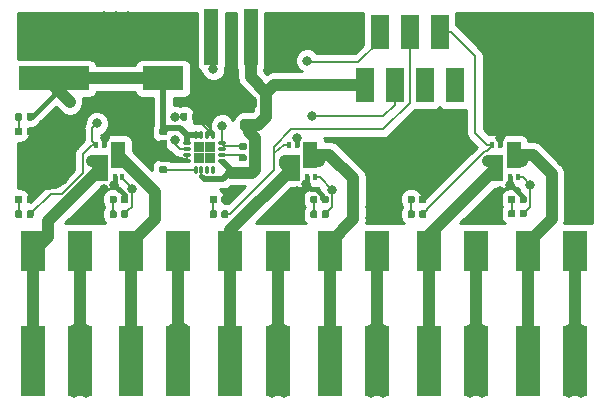
<source format=gbr>
G04 #@! TF.GenerationSoftware,KiCad,Pcbnew,5.0.2-bee76a0~70~ubuntu18.04.1*
G04 #@! TF.CreationDate,2020-03-12T15:00:25+01:00*
G04 #@! TF.ProjectId,magneto_bot_shield,6d61676e-6574-46f5-9f62-6f745f736869,rev?*
G04 #@! TF.SameCoordinates,Original*
G04 #@! TF.FileFunction,Copper,L1,Top*
G04 #@! TF.FilePolarity,Positive*
%FSLAX46Y46*%
G04 Gerber Fmt 4.6, Leading zero omitted, Abs format (unit mm)*
G04 Created by KiCad (PCBNEW 5.0.2-bee76a0~70~ubuntu18.04.1) date Do 12 Mär 2020 15:00:25 CET*
%MOMM*%
%LPD*%
G01*
G04 APERTURE LIST*
G04 #@! TA.AperFunction,SMDPad,CuDef*
%ADD10R,0.370000X0.430000*%
G04 #@! TD*
G04 #@! TA.AperFunction,SMDPad,CuDef*
%ADD11R,0.400000X0.580000*%
G04 #@! TD*
G04 #@! TA.AperFunction,SMDPad,CuDef*
%ADD12R,1.205000X2.225000*%
G04 #@! TD*
G04 #@! TA.AperFunction,Conductor*
%ADD13C,0.100000*%
G04 #@! TD*
G04 #@! TA.AperFunction,SMDPad,CuDef*
%ADD14C,0.590000*%
G04 #@! TD*
G04 #@! TA.AperFunction,SMDPad,CuDef*
%ADD15C,0.975000*%
G04 #@! TD*
G04 #@! TA.AperFunction,SMDPad,CuDef*
%ADD16R,2.000000X3.500000*%
G04 #@! TD*
G04 #@! TA.AperFunction,SMDPad,CuDef*
%ADD17R,2.000000X6.000000*%
G04 #@! TD*
G04 #@! TA.AperFunction,SMDPad,CuDef*
%ADD18R,3.500000X2.000000*%
G04 #@! TD*
G04 #@! TA.AperFunction,SMDPad,CuDef*
%ADD19R,6.000000X2.000000*%
G04 #@! TD*
G04 #@! TA.AperFunction,SMDPad,CuDef*
%ADD20R,1.180000X4.700000*%
G04 #@! TD*
G04 #@! TA.AperFunction,SMDPad,CuDef*
%ADD21O,0.750000X0.300000*%
G04 #@! TD*
G04 #@! TA.AperFunction,SMDPad,CuDef*
%ADD22O,0.300000X0.750000*%
G04 #@! TD*
G04 #@! TA.AperFunction,SMDPad,CuDef*
%ADD23R,0.900000X0.900000*%
G04 #@! TD*
G04 #@! TA.AperFunction,ComponentPad*
%ADD24C,4.400000*%
G04 #@! TD*
G04 #@! TA.AperFunction,SMDPad,CuDef*
%ADD25R,1.500000X3.000000*%
G04 #@! TD*
G04 #@! TA.AperFunction,ViaPad*
%ADD26C,0.800000*%
G04 #@! TD*
G04 #@! TA.AperFunction,Conductor*
%ADD27C,0.203200*%
G04 #@! TD*
G04 #@! TA.AperFunction,Conductor*
%ADD28C,0.400000*%
G04 #@! TD*
G04 #@! TA.AperFunction,Conductor*
%ADD29C,0.406400*%
G04 #@! TD*
G04 #@! TA.AperFunction,Conductor*
%ADD30C,0.500000*%
G04 #@! TD*
G04 #@! TA.AperFunction,Conductor*
%ADD31C,1.000000*%
G04 #@! TD*
G04 #@! TA.AperFunction,Conductor*
%ADD32C,0.254000*%
G04 #@! TD*
G04 APERTURE END LIST*
D10*
G04 #@! TO.P,Q1,D2A*
G04 #@! TO.N,Net-(J2-Pad2)*
X148417500Y-107522500D03*
G04 #@! TO.P,Q1,D1A*
G04 #@! TO.N,Net-(J1-Pad2)*
X145487500Y-107522500D03*
D11*
G04 #@! TO.P,Q1,G1*
G04 #@! TO.N,GATE0*
X145852500Y-106162400D03*
G04 #@! TO.P,Q1,S1*
G04 #@! TO.N,GND*
X146502500Y-106162500D03*
G04 #@! TO.P,Q1,G2*
G04 #@! TO.N,GATE1*
X148052500Y-108882500D03*
G04 #@! TO.P,Q1,S2*
G04 #@! TO.N,GND*
X147402500Y-108882500D03*
D12*
G04 #@! TO.P,Q1,D2*
G04 #@! TO.N,Net-(J2-Pad2)*
X147680000Y-106975000D03*
G04 #@! TO.P,Q1,D1*
G04 #@! TO.N,Net-(J1-Pad2)*
X146225000Y-108070000D03*
G04 #@! TD*
D13*
G04 #@! TO.N,Net-(C1-Pad1)*
G04 #@! TO.C,C1*
G36*
X153426958Y-103430710D02*
X153441276Y-103432834D01*
X153455317Y-103436351D01*
X153468946Y-103441228D01*
X153482031Y-103447417D01*
X153494447Y-103454858D01*
X153506073Y-103463481D01*
X153516798Y-103473202D01*
X153526519Y-103483927D01*
X153535142Y-103495553D01*
X153542583Y-103507969D01*
X153548772Y-103521054D01*
X153553649Y-103534683D01*
X153557166Y-103548724D01*
X153559290Y-103563042D01*
X153560000Y-103577500D01*
X153560000Y-103922500D01*
X153559290Y-103936958D01*
X153557166Y-103951276D01*
X153553649Y-103965317D01*
X153548772Y-103978946D01*
X153542583Y-103992031D01*
X153535142Y-104004447D01*
X153526519Y-104016073D01*
X153516798Y-104026798D01*
X153506073Y-104036519D01*
X153494447Y-104045142D01*
X153482031Y-104052583D01*
X153468946Y-104058772D01*
X153455317Y-104063649D01*
X153441276Y-104067166D01*
X153426958Y-104069290D01*
X153412500Y-104070000D01*
X153117500Y-104070000D01*
X153103042Y-104069290D01*
X153088724Y-104067166D01*
X153074683Y-104063649D01*
X153061054Y-104058772D01*
X153047969Y-104052583D01*
X153035553Y-104045142D01*
X153023927Y-104036519D01*
X153013202Y-104026798D01*
X153003481Y-104016073D01*
X152994858Y-104004447D01*
X152987417Y-103992031D01*
X152981228Y-103978946D01*
X152976351Y-103965317D01*
X152972834Y-103951276D01*
X152970710Y-103936958D01*
X152970000Y-103922500D01*
X152970000Y-103577500D01*
X152970710Y-103563042D01*
X152972834Y-103548724D01*
X152976351Y-103534683D01*
X152981228Y-103521054D01*
X152987417Y-103507969D01*
X152994858Y-103495553D01*
X153003481Y-103483927D01*
X153013202Y-103473202D01*
X153023927Y-103463481D01*
X153035553Y-103454858D01*
X153047969Y-103447417D01*
X153061054Y-103441228D01*
X153074683Y-103436351D01*
X153088724Y-103432834D01*
X153103042Y-103430710D01*
X153117500Y-103430000D01*
X153412500Y-103430000D01*
X153426958Y-103430710D01*
X153426958Y-103430710D01*
G37*
D14*
G04 #@! TD*
G04 #@! TO.P,C1,1*
G04 #@! TO.N,Net-(C1-Pad1)*
X153265000Y-103750000D03*
D13*
G04 #@! TO.N,GND*
G04 #@! TO.C,C1*
G36*
X154396958Y-103430710D02*
X154411276Y-103432834D01*
X154425317Y-103436351D01*
X154438946Y-103441228D01*
X154452031Y-103447417D01*
X154464447Y-103454858D01*
X154476073Y-103463481D01*
X154486798Y-103473202D01*
X154496519Y-103483927D01*
X154505142Y-103495553D01*
X154512583Y-103507969D01*
X154518772Y-103521054D01*
X154523649Y-103534683D01*
X154527166Y-103548724D01*
X154529290Y-103563042D01*
X154530000Y-103577500D01*
X154530000Y-103922500D01*
X154529290Y-103936958D01*
X154527166Y-103951276D01*
X154523649Y-103965317D01*
X154518772Y-103978946D01*
X154512583Y-103992031D01*
X154505142Y-104004447D01*
X154496519Y-104016073D01*
X154486798Y-104026798D01*
X154476073Y-104036519D01*
X154464447Y-104045142D01*
X154452031Y-104052583D01*
X154438946Y-104058772D01*
X154425317Y-104063649D01*
X154411276Y-104067166D01*
X154396958Y-104069290D01*
X154382500Y-104070000D01*
X154087500Y-104070000D01*
X154073042Y-104069290D01*
X154058724Y-104067166D01*
X154044683Y-104063649D01*
X154031054Y-104058772D01*
X154017969Y-104052583D01*
X154005553Y-104045142D01*
X153993927Y-104036519D01*
X153983202Y-104026798D01*
X153973481Y-104016073D01*
X153964858Y-104004447D01*
X153957417Y-103992031D01*
X153951228Y-103978946D01*
X153946351Y-103965317D01*
X153942834Y-103951276D01*
X153940710Y-103936958D01*
X153940000Y-103922500D01*
X153940000Y-103577500D01*
X153940710Y-103563042D01*
X153942834Y-103548724D01*
X153946351Y-103534683D01*
X153951228Y-103521054D01*
X153957417Y-103507969D01*
X153964858Y-103495553D01*
X153973481Y-103483927D01*
X153983202Y-103473202D01*
X153993927Y-103463481D01*
X154005553Y-103454858D01*
X154017969Y-103447417D01*
X154031054Y-103441228D01*
X154044683Y-103436351D01*
X154058724Y-103432834D01*
X154073042Y-103430710D01*
X154087500Y-103430000D01*
X154382500Y-103430000D01*
X154396958Y-103430710D01*
X154396958Y-103430710D01*
G37*
D14*
G04 #@! TD*
G04 #@! TO.P,C1,2*
G04 #@! TO.N,GND*
X154235000Y-103750000D03*
D13*
G04 #@! TO.N,GND*
G04 #@! TO.C,C2*
G36*
X151686958Y-105690710D02*
X151701276Y-105692834D01*
X151715317Y-105696351D01*
X151728946Y-105701228D01*
X151742031Y-105707417D01*
X151754447Y-105714858D01*
X151766073Y-105723481D01*
X151776798Y-105733202D01*
X151786519Y-105743927D01*
X151795142Y-105755553D01*
X151802583Y-105767969D01*
X151808772Y-105781054D01*
X151813649Y-105794683D01*
X151817166Y-105808724D01*
X151819290Y-105823042D01*
X151820000Y-105837500D01*
X151820000Y-106132500D01*
X151819290Y-106146958D01*
X151817166Y-106161276D01*
X151813649Y-106175317D01*
X151808772Y-106188946D01*
X151802583Y-106202031D01*
X151795142Y-106214447D01*
X151786519Y-106226073D01*
X151776798Y-106236798D01*
X151766073Y-106246519D01*
X151754447Y-106255142D01*
X151742031Y-106262583D01*
X151728946Y-106268772D01*
X151715317Y-106273649D01*
X151701276Y-106277166D01*
X151686958Y-106279290D01*
X151672500Y-106280000D01*
X151327500Y-106280000D01*
X151313042Y-106279290D01*
X151298724Y-106277166D01*
X151284683Y-106273649D01*
X151271054Y-106268772D01*
X151257969Y-106262583D01*
X151245553Y-106255142D01*
X151233927Y-106246519D01*
X151223202Y-106236798D01*
X151213481Y-106226073D01*
X151204858Y-106214447D01*
X151197417Y-106202031D01*
X151191228Y-106188946D01*
X151186351Y-106175317D01*
X151182834Y-106161276D01*
X151180710Y-106146958D01*
X151180000Y-106132500D01*
X151180000Y-105837500D01*
X151180710Y-105823042D01*
X151182834Y-105808724D01*
X151186351Y-105794683D01*
X151191228Y-105781054D01*
X151197417Y-105767969D01*
X151204858Y-105755553D01*
X151213481Y-105743927D01*
X151223202Y-105733202D01*
X151233927Y-105723481D01*
X151245553Y-105714858D01*
X151257969Y-105707417D01*
X151271054Y-105701228D01*
X151284683Y-105696351D01*
X151298724Y-105692834D01*
X151313042Y-105690710D01*
X151327500Y-105690000D01*
X151672500Y-105690000D01*
X151686958Y-105690710D01*
X151686958Y-105690710D01*
G37*
D14*
G04 #@! TD*
G04 #@! TO.P,C2,2*
G04 #@! TO.N,GND*
X151500000Y-105985000D03*
D13*
G04 #@! TO.N,+36V*
G04 #@! TO.C,C2*
G36*
X151686958Y-104720710D02*
X151701276Y-104722834D01*
X151715317Y-104726351D01*
X151728946Y-104731228D01*
X151742031Y-104737417D01*
X151754447Y-104744858D01*
X151766073Y-104753481D01*
X151776798Y-104763202D01*
X151786519Y-104773927D01*
X151795142Y-104785553D01*
X151802583Y-104797969D01*
X151808772Y-104811054D01*
X151813649Y-104824683D01*
X151817166Y-104838724D01*
X151819290Y-104853042D01*
X151820000Y-104867500D01*
X151820000Y-105162500D01*
X151819290Y-105176958D01*
X151817166Y-105191276D01*
X151813649Y-105205317D01*
X151808772Y-105218946D01*
X151802583Y-105232031D01*
X151795142Y-105244447D01*
X151786519Y-105256073D01*
X151776798Y-105266798D01*
X151766073Y-105276519D01*
X151754447Y-105285142D01*
X151742031Y-105292583D01*
X151728946Y-105298772D01*
X151715317Y-105303649D01*
X151701276Y-105307166D01*
X151686958Y-105309290D01*
X151672500Y-105310000D01*
X151327500Y-105310000D01*
X151313042Y-105309290D01*
X151298724Y-105307166D01*
X151284683Y-105303649D01*
X151271054Y-105298772D01*
X151257969Y-105292583D01*
X151245553Y-105285142D01*
X151233927Y-105276519D01*
X151223202Y-105266798D01*
X151213481Y-105256073D01*
X151204858Y-105244447D01*
X151197417Y-105232031D01*
X151191228Y-105218946D01*
X151186351Y-105205317D01*
X151182834Y-105191276D01*
X151180710Y-105176958D01*
X151180000Y-105162500D01*
X151180000Y-104867500D01*
X151180710Y-104853042D01*
X151182834Y-104838724D01*
X151186351Y-104824683D01*
X151191228Y-104811054D01*
X151197417Y-104797969D01*
X151204858Y-104785553D01*
X151213481Y-104773927D01*
X151223202Y-104763202D01*
X151233927Y-104753481D01*
X151245553Y-104744858D01*
X151257969Y-104737417D01*
X151271054Y-104731228D01*
X151284683Y-104726351D01*
X151298724Y-104722834D01*
X151313042Y-104720710D01*
X151327500Y-104720000D01*
X151672500Y-104720000D01*
X151686958Y-104720710D01*
X151686958Y-104720710D01*
G37*
D14*
G04 #@! TD*
G04 #@! TO.P,C2,1*
G04 #@! TO.N,+36V*
X151500000Y-105015000D03*
D13*
G04 #@! TO.N,GND*
G04 #@! TO.C,C3*
G36*
X151686958Y-106970710D02*
X151701276Y-106972834D01*
X151715317Y-106976351D01*
X151728946Y-106981228D01*
X151742031Y-106987417D01*
X151754447Y-106994858D01*
X151766073Y-107003481D01*
X151776798Y-107013202D01*
X151786519Y-107023927D01*
X151795142Y-107035553D01*
X151802583Y-107047969D01*
X151808772Y-107061054D01*
X151813649Y-107074683D01*
X151817166Y-107088724D01*
X151819290Y-107103042D01*
X151820000Y-107117500D01*
X151820000Y-107412500D01*
X151819290Y-107426958D01*
X151817166Y-107441276D01*
X151813649Y-107455317D01*
X151808772Y-107468946D01*
X151802583Y-107482031D01*
X151795142Y-107494447D01*
X151786519Y-107506073D01*
X151776798Y-107516798D01*
X151766073Y-107526519D01*
X151754447Y-107535142D01*
X151742031Y-107542583D01*
X151728946Y-107548772D01*
X151715317Y-107553649D01*
X151701276Y-107557166D01*
X151686958Y-107559290D01*
X151672500Y-107560000D01*
X151327500Y-107560000D01*
X151313042Y-107559290D01*
X151298724Y-107557166D01*
X151284683Y-107553649D01*
X151271054Y-107548772D01*
X151257969Y-107542583D01*
X151245553Y-107535142D01*
X151233927Y-107526519D01*
X151223202Y-107516798D01*
X151213481Y-107506073D01*
X151204858Y-107494447D01*
X151197417Y-107482031D01*
X151191228Y-107468946D01*
X151186351Y-107455317D01*
X151182834Y-107441276D01*
X151180710Y-107426958D01*
X151180000Y-107412500D01*
X151180000Y-107117500D01*
X151180710Y-107103042D01*
X151182834Y-107088724D01*
X151186351Y-107074683D01*
X151191228Y-107061054D01*
X151197417Y-107047969D01*
X151204858Y-107035553D01*
X151213481Y-107023927D01*
X151223202Y-107013202D01*
X151233927Y-107003481D01*
X151245553Y-106994858D01*
X151257969Y-106987417D01*
X151271054Y-106981228D01*
X151284683Y-106976351D01*
X151298724Y-106972834D01*
X151313042Y-106970710D01*
X151327500Y-106970000D01*
X151672500Y-106970000D01*
X151686958Y-106970710D01*
X151686958Y-106970710D01*
G37*
D14*
G04 #@! TD*
G04 #@! TO.P,C3,2*
G04 #@! TO.N,GND*
X151500000Y-107265000D03*
D13*
G04 #@! TO.N,Net-(C3-Pad1)*
G04 #@! TO.C,C3*
G36*
X151686958Y-107940710D02*
X151701276Y-107942834D01*
X151715317Y-107946351D01*
X151728946Y-107951228D01*
X151742031Y-107957417D01*
X151754447Y-107964858D01*
X151766073Y-107973481D01*
X151776798Y-107983202D01*
X151786519Y-107993927D01*
X151795142Y-108005553D01*
X151802583Y-108017969D01*
X151808772Y-108031054D01*
X151813649Y-108044683D01*
X151817166Y-108058724D01*
X151819290Y-108073042D01*
X151820000Y-108087500D01*
X151820000Y-108382500D01*
X151819290Y-108396958D01*
X151817166Y-108411276D01*
X151813649Y-108425317D01*
X151808772Y-108438946D01*
X151802583Y-108452031D01*
X151795142Y-108464447D01*
X151786519Y-108476073D01*
X151776798Y-108486798D01*
X151766073Y-108496519D01*
X151754447Y-108505142D01*
X151742031Y-108512583D01*
X151728946Y-108518772D01*
X151715317Y-108523649D01*
X151701276Y-108527166D01*
X151686958Y-108529290D01*
X151672500Y-108530000D01*
X151327500Y-108530000D01*
X151313042Y-108529290D01*
X151298724Y-108527166D01*
X151284683Y-108523649D01*
X151271054Y-108518772D01*
X151257969Y-108512583D01*
X151245553Y-108505142D01*
X151233927Y-108496519D01*
X151223202Y-108486798D01*
X151213481Y-108476073D01*
X151204858Y-108464447D01*
X151197417Y-108452031D01*
X151191228Y-108438946D01*
X151186351Y-108425317D01*
X151182834Y-108411276D01*
X151180710Y-108396958D01*
X151180000Y-108382500D01*
X151180000Y-108087500D01*
X151180710Y-108073042D01*
X151182834Y-108058724D01*
X151186351Y-108044683D01*
X151191228Y-108031054D01*
X151197417Y-108017969D01*
X151204858Y-108005553D01*
X151213481Y-107993927D01*
X151223202Y-107983202D01*
X151233927Y-107973481D01*
X151245553Y-107964858D01*
X151257969Y-107957417D01*
X151271054Y-107951228D01*
X151284683Y-107946351D01*
X151298724Y-107942834D01*
X151313042Y-107940710D01*
X151327500Y-107940000D01*
X151672500Y-107940000D01*
X151686958Y-107940710D01*
X151686958Y-107940710D01*
G37*
D14*
G04 #@! TD*
G04 #@! TO.P,C3,1*
G04 #@! TO.N,Net-(C3-Pad1)*
X151500000Y-108235000D03*
D13*
G04 #@! TO.N,Net-(C4-Pad1)*
G04 #@! TO.C,C4*
G36*
X158436958Y-105970710D02*
X158451276Y-105972834D01*
X158465317Y-105976351D01*
X158478946Y-105981228D01*
X158492031Y-105987417D01*
X158504447Y-105994858D01*
X158516073Y-106003481D01*
X158526798Y-106013202D01*
X158536519Y-106023927D01*
X158545142Y-106035553D01*
X158552583Y-106047969D01*
X158558772Y-106061054D01*
X158563649Y-106074683D01*
X158567166Y-106088724D01*
X158569290Y-106103042D01*
X158570000Y-106117500D01*
X158570000Y-106412500D01*
X158569290Y-106426958D01*
X158567166Y-106441276D01*
X158563649Y-106455317D01*
X158558772Y-106468946D01*
X158552583Y-106482031D01*
X158545142Y-106494447D01*
X158536519Y-106506073D01*
X158526798Y-106516798D01*
X158516073Y-106526519D01*
X158504447Y-106535142D01*
X158492031Y-106542583D01*
X158478946Y-106548772D01*
X158465317Y-106553649D01*
X158451276Y-106557166D01*
X158436958Y-106559290D01*
X158422500Y-106560000D01*
X158077500Y-106560000D01*
X158063042Y-106559290D01*
X158048724Y-106557166D01*
X158034683Y-106553649D01*
X158021054Y-106548772D01*
X158007969Y-106542583D01*
X157995553Y-106535142D01*
X157983927Y-106526519D01*
X157973202Y-106516798D01*
X157963481Y-106506073D01*
X157954858Y-106494447D01*
X157947417Y-106482031D01*
X157941228Y-106468946D01*
X157936351Y-106455317D01*
X157932834Y-106441276D01*
X157930710Y-106426958D01*
X157930000Y-106412500D01*
X157930000Y-106117500D01*
X157930710Y-106103042D01*
X157932834Y-106088724D01*
X157936351Y-106074683D01*
X157941228Y-106061054D01*
X157947417Y-106047969D01*
X157954858Y-106035553D01*
X157963481Y-106023927D01*
X157973202Y-106013202D01*
X157983927Y-106003481D01*
X157995553Y-105994858D01*
X158007969Y-105987417D01*
X158021054Y-105981228D01*
X158034683Y-105976351D01*
X158048724Y-105972834D01*
X158063042Y-105970710D01*
X158077500Y-105970000D01*
X158422500Y-105970000D01*
X158436958Y-105970710D01*
X158436958Y-105970710D01*
G37*
D14*
G04 #@! TD*
G04 #@! TO.P,C4,1*
G04 #@! TO.N,Net-(C4-Pad1)*
X158250000Y-106265000D03*
D13*
G04 #@! TO.N,Net-(C4-Pad2)*
G04 #@! TO.C,C4*
G36*
X158436958Y-106940710D02*
X158451276Y-106942834D01*
X158465317Y-106946351D01*
X158478946Y-106951228D01*
X158492031Y-106957417D01*
X158504447Y-106964858D01*
X158516073Y-106973481D01*
X158526798Y-106983202D01*
X158536519Y-106993927D01*
X158545142Y-107005553D01*
X158552583Y-107017969D01*
X158558772Y-107031054D01*
X158563649Y-107044683D01*
X158567166Y-107058724D01*
X158569290Y-107073042D01*
X158570000Y-107087500D01*
X158570000Y-107382500D01*
X158569290Y-107396958D01*
X158567166Y-107411276D01*
X158563649Y-107425317D01*
X158558772Y-107438946D01*
X158552583Y-107452031D01*
X158545142Y-107464447D01*
X158536519Y-107476073D01*
X158526798Y-107486798D01*
X158516073Y-107496519D01*
X158504447Y-107505142D01*
X158492031Y-107512583D01*
X158478946Y-107518772D01*
X158465317Y-107523649D01*
X158451276Y-107527166D01*
X158436958Y-107529290D01*
X158422500Y-107530000D01*
X158077500Y-107530000D01*
X158063042Y-107529290D01*
X158048724Y-107527166D01*
X158034683Y-107523649D01*
X158021054Y-107518772D01*
X158007969Y-107512583D01*
X157995553Y-107505142D01*
X157983927Y-107496519D01*
X157973202Y-107486798D01*
X157963481Y-107476073D01*
X157954858Y-107464447D01*
X157947417Y-107452031D01*
X157941228Y-107438946D01*
X157936351Y-107425317D01*
X157932834Y-107411276D01*
X157930710Y-107396958D01*
X157930000Y-107382500D01*
X157930000Y-107087500D01*
X157930710Y-107073042D01*
X157932834Y-107058724D01*
X157936351Y-107044683D01*
X157941228Y-107031054D01*
X157947417Y-107017969D01*
X157954858Y-107005553D01*
X157963481Y-106993927D01*
X157973202Y-106983202D01*
X157983927Y-106973481D01*
X157995553Y-106964858D01*
X158007969Y-106957417D01*
X158021054Y-106951228D01*
X158034683Y-106946351D01*
X158048724Y-106942834D01*
X158063042Y-106940710D01*
X158077500Y-106940000D01*
X158422500Y-106940000D01*
X158436958Y-106940710D01*
X158436958Y-106940710D01*
G37*
D14*
G04 #@! TD*
G04 #@! TO.P,C4,2*
G04 #@! TO.N,Net-(C4-Pad2)*
X158250000Y-107235000D03*
D13*
G04 #@! TO.N,GND*
G04 #@! TO.C,C5*
G36*
X159230142Y-102076174D02*
X159253803Y-102079684D01*
X159277007Y-102085496D01*
X159299529Y-102093554D01*
X159321153Y-102103782D01*
X159341670Y-102116079D01*
X159360883Y-102130329D01*
X159378607Y-102146393D01*
X159394671Y-102164117D01*
X159408921Y-102183330D01*
X159421218Y-102203847D01*
X159431446Y-102225471D01*
X159439504Y-102247993D01*
X159445316Y-102271197D01*
X159448826Y-102294858D01*
X159450000Y-102318750D01*
X159450000Y-102806250D01*
X159448826Y-102830142D01*
X159445316Y-102853803D01*
X159439504Y-102877007D01*
X159431446Y-102899529D01*
X159421218Y-102921153D01*
X159408921Y-102941670D01*
X159394671Y-102960883D01*
X159378607Y-102978607D01*
X159360883Y-102994671D01*
X159341670Y-103008921D01*
X159321153Y-103021218D01*
X159299529Y-103031446D01*
X159277007Y-103039504D01*
X159253803Y-103045316D01*
X159230142Y-103048826D01*
X159206250Y-103050000D01*
X158293750Y-103050000D01*
X158269858Y-103048826D01*
X158246197Y-103045316D01*
X158222993Y-103039504D01*
X158200471Y-103031446D01*
X158178847Y-103021218D01*
X158158330Y-103008921D01*
X158139117Y-102994671D01*
X158121393Y-102978607D01*
X158105329Y-102960883D01*
X158091079Y-102941670D01*
X158078782Y-102921153D01*
X158068554Y-102899529D01*
X158060496Y-102877007D01*
X158054684Y-102853803D01*
X158051174Y-102830142D01*
X158050000Y-102806250D01*
X158050000Y-102318750D01*
X158051174Y-102294858D01*
X158054684Y-102271197D01*
X158060496Y-102247993D01*
X158068554Y-102225471D01*
X158078782Y-102203847D01*
X158091079Y-102183330D01*
X158105329Y-102164117D01*
X158121393Y-102146393D01*
X158139117Y-102130329D01*
X158158330Y-102116079D01*
X158178847Y-102103782D01*
X158200471Y-102093554D01*
X158222993Y-102085496D01*
X158246197Y-102079684D01*
X158269858Y-102076174D01*
X158293750Y-102075000D01*
X159206250Y-102075000D01*
X159230142Y-102076174D01*
X159230142Y-102076174D01*
G37*
D15*
G04 #@! TD*
G04 #@! TO.P,C5,1*
G04 #@! TO.N,GND*
X158750000Y-102562500D03*
D13*
G04 #@! TO.N,+5V*
G04 #@! TO.C,C5*
G36*
X159230142Y-103951174D02*
X159253803Y-103954684D01*
X159277007Y-103960496D01*
X159299529Y-103968554D01*
X159321153Y-103978782D01*
X159341670Y-103991079D01*
X159360883Y-104005329D01*
X159378607Y-104021393D01*
X159394671Y-104039117D01*
X159408921Y-104058330D01*
X159421218Y-104078847D01*
X159431446Y-104100471D01*
X159439504Y-104122993D01*
X159445316Y-104146197D01*
X159448826Y-104169858D01*
X159450000Y-104193750D01*
X159450000Y-104681250D01*
X159448826Y-104705142D01*
X159445316Y-104728803D01*
X159439504Y-104752007D01*
X159431446Y-104774529D01*
X159421218Y-104796153D01*
X159408921Y-104816670D01*
X159394671Y-104835883D01*
X159378607Y-104853607D01*
X159360883Y-104869671D01*
X159341670Y-104883921D01*
X159321153Y-104896218D01*
X159299529Y-104906446D01*
X159277007Y-104914504D01*
X159253803Y-104920316D01*
X159230142Y-104923826D01*
X159206250Y-104925000D01*
X158293750Y-104925000D01*
X158269858Y-104923826D01*
X158246197Y-104920316D01*
X158222993Y-104914504D01*
X158200471Y-104906446D01*
X158178847Y-104896218D01*
X158158330Y-104883921D01*
X158139117Y-104869671D01*
X158121393Y-104853607D01*
X158105329Y-104835883D01*
X158091079Y-104816670D01*
X158078782Y-104796153D01*
X158068554Y-104774529D01*
X158060496Y-104752007D01*
X158054684Y-104728803D01*
X158051174Y-104705142D01*
X158050000Y-104681250D01*
X158050000Y-104193750D01*
X158051174Y-104169858D01*
X158054684Y-104146197D01*
X158060496Y-104122993D01*
X158068554Y-104100471D01*
X158078782Y-104078847D01*
X158091079Y-104058330D01*
X158105329Y-104039117D01*
X158121393Y-104021393D01*
X158139117Y-104005329D01*
X158158330Y-103991079D01*
X158178847Y-103978782D01*
X158200471Y-103968554D01*
X158222993Y-103960496D01*
X158246197Y-103954684D01*
X158269858Y-103951174D01*
X158293750Y-103950000D01*
X159206250Y-103950000D01*
X159230142Y-103951174D01*
X159230142Y-103951174D01*
G37*
D15*
G04 #@! TD*
G04 #@! TO.P,C5,2*
G04 #@! TO.N,+5V*
X158750000Y-104437500D03*
D13*
G04 #@! TO.N,Net-(D1-Pad1)*
G04 #@! TO.C,D1*
G36*
X181176958Y-111630710D02*
X181191276Y-111632834D01*
X181205317Y-111636351D01*
X181218946Y-111641228D01*
X181232031Y-111647417D01*
X181244447Y-111654858D01*
X181256073Y-111663481D01*
X181266798Y-111673202D01*
X181276519Y-111683927D01*
X181285142Y-111695553D01*
X181292583Y-111707969D01*
X181298772Y-111721054D01*
X181303649Y-111734683D01*
X181307166Y-111748724D01*
X181309290Y-111763042D01*
X181310000Y-111777500D01*
X181310000Y-112122500D01*
X181309290Y-112136958D01*
X181307166Y-112151276D01*
X181303649Y-112165317D01*
X181298772Y-112178946D01*
X181292583Y-112192031D01*
X181285142Y-112204447D01*
X181276519Y-112216073D01*
X181266798Y-112226798D01*
X181256073Y-112236519D01*
X181244447Y-112245142D01*
X181232031Y-112252583D01*
X181218946Y-112258772D01*
X181205317Y-112263649D01*
X181191276Y-112267166D01*
X181176958Y-112269290D01*
X181162500Y-112270000D01*
X180867500Y-112270000D01*
X180853042Y-112269290D01*
X180838724Y-112267166D01*
X180824683Y-112263649D01*
X180811054Y-112258772D01*
X180797969Y-112252583D01*
X180785553Y-112245142D01*
X180773927Y-112236519D01*
X180763202Y-112226798D01*
X180753481Y-112216073D01*
X180744858Y-112204447D01*
X180737417Y-112192031D01*
X180731228Y-112178946D01*
X180726351Y-112165317D01*
X180722834Y-112151276D01*
X180720710Y-112136958D01*
X180720000Y-112122500D01*
X180720000Y-111777500D01*
X180720710Y-111763042D01*
X180722834Y-111748724D01*
X180726351Y-111734683D01*
X180731228Y-111721054D01*
X180737417Y-111707969D01*
X180744858Y-111695553D01*
X180753481Y-111683927D01*
X180763202Y-111673202D01*
X180773927Y-111663481D01*
X180785553Y-111654858D01*
X180797969Y-111647417D01*
X180811054Y-111641228D01*
X180824683Y-111636351D01*
X180838724Y-111632834D01*
X180853042Y-111630710D01*
X180867500Y-111630000D01*
X181162500Y-111630000D01*
X181176958Y-111630710D01*
X181176958Y-111630710D01*
G37*
D14*
G04 #@! TD*
G04 #@! TO.P,D1,1*
G04 #@! TO.N,Net-(D1-Pad1)*
X181015000Y-111950000D03*
D13*
G04 #@! TO.N,GATE5*
G04 #@! TO.C,D1*
G36*
X182146958Y-111630710D02*
X182161276Y-111632834D01*
X182175317Y-111636351D01*
X182188946Y-111641228D01*
X182202031Y-111647417D01*
X182214447Y-111654858D01*
X182226073Y-111663481D01*
X182236798Y-111673202D01*
X182246519Y-111683927D01*
X182255142Y-111695553D01*
X182262583Y-111707969D01*
X182268772Y-111721054D01*
X182273649Y-111734683D01*
X182277166Y-111748724D01*
X182279290Y-111763042D01*
X182280000Y-111777500D01*
X182280000Y-112122500D01*
X182279290Y-112136958D01*
X182277166Y-112151276D01*
X182273649Y-112165317D01*
X182268772Y-112178946D01*
X182262583Y-112192031D01*
X182255142Y-112204447D01*
X182246519Y-112216073D01*
X182236798Y-112226798D01*
X182226073Y-112236519D01*
X182214447Y-112245142D01*
X182202031Y-112252583D01*
X182188946Y-112258772D01*
X182175317Y-112263649D01*
X182161276Y-112267166D01*
X182146958Y-112269290D01*
X182132500Y-112270000D01*
X181837500Y-112270000D01*
X181823042Y-112269290D01*
X181808724Y-112267166D01*
X181794683Y-112263649D01*
X181781054Y-112258772D01*
X181767969Y-112252583D01*
X181755553Y-112245142D01*
X181743927Y-112236519D01*
X181733202Y-112226798D01*
X181723481Y-112216073D01*
X181714858Y-112204447D01*
X181707417Y-112192031D01*
X181701228Y-112178946D01*
X181696351Y-112165317D01*
X181692834Y-112151276D01*
X181690710Y-112136958D01*
X181690000Y-112122500D01*
X181690000Y-111777500D01*
X181690710Y-111763042D01*
X181692834Y-111748724D01*
X181696351Y-111734683D01*
X181701228Y-111721054D01*
X181707417Y-111707969D01*
X181714858Y-111695553D01*
X181723481Y-111683927D01*
X181733202Y-111673202D01*
X181743927Y-111663481D01*
X181755553Y-111654858D01*
X181767969Y-111647417D01*
X181781054Y-111641228D01*
X181794683Y-111636351D01*
X181808724Y-111632834D01*
X181823042Y-111630710D01*
X181837500Y-111630000D01*
X182132500Y-111630000D01*
X182146958Y-111630710D01*
X182146958Y-111630710D01*
G37*
D14*
G04 #@! TD*
G04 #@! TO.P,D1,2*
G04 #@! TO.N,GATE5*
X181985000Y-111950000D03*
D13*
G04 #@! TO.N,GATE4*
G04 #@! TO.C,D2*
G36*
X173646958Y-111680710D02*
X173661276Y-111682834D01*
X173675317Y-111686351D01*
X173688946Y-111691228D01*
X173702031Y-111697417D01*
X173714447Y-111704858D01*
X173726073Y-111713481D01*
X173736798Y-111723202D01*
X173746519Y-111733927D01*
X173755142Y-111745553D01*
X173762583Y-111757969D01*
X173768772Y-111771054D01*
X173773649Y-111784683D01*
X173777166Y-111798724D01*
X173779290Y-111813042D01*
X173780000Y-111827500D01*
X173780000Y-112172500D01*
X173779290Y-112186958D01*
X173777166Y-112201276D01*
X173773649Y-112215317D01*
X173768772Y-112228946D01*
X173762583Y-112242031D01*
X173755142Y-112254447D01*
X173746519Y-112266073D01*
X173736798Y-112276798D01*
X173726073Y-112286519D01*
X173714447Y-112295142D01*
X173702031Y-112302583D01*
X173688946Y-112308772D01*
X173675317Y-112313649D01*
X173661276Y-112317166D01*
X173646958Y-112319290D01*
X173632500Y-112320000D01*
X173337500Y-112320000D01*
X173323042Y-112319290D01*
X173308724Y-112317166D01*
X173294683Y-112313649D01*
X173281054Y-112308772D01*
X173267969Y-112302583D01*
X173255553Y-112295142D01*
X173243927Y-112286519D01*
X173233202Y-112276798D01*
X173223481Y-112266073D01*
X173214858Y-112254447D01*
X173207417Y-112242031D01*
X173201228Y-112228946D01*
X173196351Y-112215317D01*
X173192834Y-112201276D01*
X173190710Y-112186958D01*
X173190000Y-112172500D01*
X173190000Y-111827500D01*
X173190710Y-111813042D01*
X173192834Y-111798724D01*
X173196351Y-111784683D01*
X173201228Y-111771054D01*
X173207417Y-111757969D01*
X173214858Y-111745553D01*
X173223481Y-111733927D01*
X173233202Y-111723202D01*
X173243927Y-111713481D01*
X173255553Y-111704858D01*
X173267969Y-111697417D01*
X173281054Y-111691228D01*
X173294683Y-111686351D01*
X173308724Y-111682834D01*
X173323042Y-111680710D01*
X173337500Y-111680000D01*
X173632500Y-111680000D01*
X173646958Y-111680710D01*
X173646958Y-111680710D01*
G37*
D14*
G04 #@! TD*
G04 #@! TO.P,D2,2*
G04 #@! TO.N,GATE4*
X173485000Y-112000000D03*
D13*
G04 #@! TO.N,Net-(D2-Pad1)*
G04 #@! TO.C,D2*
G36*
X172676958Y-111680710D02*
X172691276Y-111682834D01*
X172705317Y-111686351D01*
X172718946Y-111691228D01*
X172732031Y-111697417D01*
X172744447Y-111704858D01*
X172756073Y-111713481D01*
X172766798Y-111723202D01*
X172776519Y-111733927D01*
X172785142Y-111745553D01*
X172792583Y-111757969D01*
X172798772Y-111771054D01*
X172803649Y-111784683D01*
X172807166Y-111798724D01*
X172809290Y-111813042D01*
X172810000Y-111827500D01*
X172810000Y-112172500D01*
X172809290Y-112186958D01*
X172807166Y-112201276D01*
X172803649Y-112215317D01*
X172798772Y-112228946D01*
X172792583Y-112242031D01*
X172785142Y-112254447D01*
X172776519Y-112266073D01*
X172766798Y-112276798D01*
X172756073Y-112286519D01*
X172744447Y-112295142D01*
X172732031Y-112302583D01*
X172718946Y-112308772D01*
X172705317Y-112313649D01*
X172691276Y-112317166D01*
X172676958Y-112319290D01*
X172662500Y-112320000D01*
X172367500Y-112320000D01*
X172353042Y-112319290D01*
X172338724Y-112317166D01*
X172324683Y-112313649D01*
X172311054Y-112308772D01*
X172297969Y-112302583D01*
X172285553Y-112295142D01*
X172273927Y-112286519D01*
X172263202Y-112276798D01*
X172253481Y-112266073D01*
X172244858Y-112254447D01*
X172237417Y-112242031D01*
X172231228Y-112228946D01*
X172226351Y-112215317D01*
X172222834Y-112201276D01*
X172220710Y-112186958D01*
X172220000Y-112172500D01*
X172220000Y-111827500D01*
X172220710Y-111813042D01*
X172222834Y-111798724D01*
X172226351Y-111784683D01*
X172231228Y-111771054D01*
X172237417Y-111757969D01*
X172244858Y-111745553D01*
X172253481Y-111733927D01*
X172263202Y-111723202D01*
X172273927Y-111713481D01*
X172285553Y-111704858D01*
X172297969Y-111697417D01*
X172311054Y-111691228D01*
X172324683Y-111686351D01*
X172338724Y-111682834D01*
X172353042Y-111680710D01*
X172367500Y-111680000D01*
X172662500Y-111680000D01*
X172676958Y-111680710D01*
X172676958Y-111680710D01*
G37*
D14*
G04 #@! TD*
G04 #@! TO.P,D2,1*
G04 #@! TO.N,Net-(D2-Pad1)*
X172515000Y-112000000D03*
D13*
G04 #@! TO.N,Net-(D3-Pad1)*
G04 #@! TO.C,D3*
G36*
X164426958Y-111680710D02*
X164441276Y-111682834D01*
X164455317Y-111686351D01*
X164468946Y-111691228D01*
X164482031Y-111697417D01*
X164494447Y-111704858D01*
X164506073Y-111713481D01*
X164516798Y-111723202D01*
X164526519Y-111733927D01*
X164535142Y-111745553D01*
X164542583Y-111757969D01*
X164548772Y-111771054D01*
X164553649Y-111784683D01*
X164557166Y-111798724D01*
X164559290Y-111813042D01*
X164560000Y-111827500D01*
X164560000Y-112172500D01*
X164559290Y-112186958D01*
X164557166Y-112201276D01*
X164553649Y-112215317D01*
X164548772Y-112228946D01*
X164542583Y-112242031D01*
X164535142Y-112254447D01*
X164526519Y-112266073D01*
X164516798Y-112276798D01*
X164506073Y-112286519D01*
X164494447Y-112295142D01*
X164482031Y-112302583D01*
X164468946Y-112308772D01*
X164455317Y-112313649D01*
X164441276Y-112317166D01*
X164426958Y-112319290D01*
X164412500Y-112320000D01*
X164117500Y-112320000D01*
X164103042Y-112319290D01*
X164088724Y-112317166D01*
X164074683Y-112313649D01*
X164061054Y-112308772D01*
X164047969Y-112302583D01*
X164035553Y-112295142D01*
X164023927Y-112286519D01*
X164013202Y-112276798D01*
X164003481Y-112266073D01*
X163994858Y-112254447D01*
X163987417Y-112242031D01*
X163981228Y-112228946D01*
X163976351Y-112215317D01*
X163972834Y-112201276D01*
X163970710Y-112186958D01*
X163970000Y-112172500D01*
X163970000Y-111827500D01*
X163970710Y-111813042D01*
X163972834Y-111798724D01*
X163976351Y-111784683D01*
X163981228Y-111771054D01*
X163987417Y-111757969D01*
X163994858Y-111745553D01*
X164003481Y-111733927D01*
X164013202Y-111723202D01*
X164023927Y-111713481D01*
X164035553Y-111704858D01*
X164047969Y-111697417D01*
X164061054Y-111691228D01*
X164074683Y-111686351D01*
X164088724Y-111682834D01*
X164103042Y-111680710D01*
X164117500Y-111680000D01*
X164412500Y-111680000D01*
X164426958Y-111680710D01*
X164426958Y-111680710D01*
G37*
D14*
G04 #@! TD*
G04 #@! TO.P,D3,1*
G04 #@! TO.N,Net-(D3-Pad1)*
X164265000Y-112000000D03*
D13*
G04 #@! TO.N,GATE3*
G04 #@! TO.C,D3*
G36*
X165396958Y-111680710D02*
X165411276Y-111682834D01*
X165425317Y-111686351D01*
X165438946Y-111691228D01*
X165452031Y-111697417D01*
X165464447Y-111704858D01*
X165476073Y-111713481D01*
X165486798Y-111723202D01*
X165496519Y-111733927D01*
X165505142Y-111745553D01*
X165512583Y-111757969D01*
X165518772Y-111771054D01*
X165523649Y-111784683D01*
X165527166Y-111798724D01*
X165529290Y-111813042D01*
X165530000Y-111827500D01*
X165530000Y-112172500D01*
X165529290Y-112186958D01*
X165527166Y-112201276D01*
X165523649Y-112215317D01*
X165518772Y-112228946D01*
X165512583Y-112242031D01*
X165505142Y-112254447D01*
X165496519Y-112266073D01*
X165486798Y-112276798D01*
X165476073Y-112286519D01*
X165464447Y-112295142D01*
X165452031Y-112302583D01*
X165438946Y-112308772D01*
X165425317Y-112313649D01*
X165411276Y-112317166D01*
X165396958Y-112319290D01*
X165382500Y-112320000D01*
X165087500Y-112320000D01*
X165073042Y-112319290D01*
X165058724Y-112317166D01*
X165044683Y-112313649D01*
X165031054Y-112308772D01*
X165017969Y-112302583D01*
X165005553Y-112295142D01*
X164993927Y-112286519D01*
X164983202Y-112276798D01*
X164973481Y-112266073D01*
X164964858Y-112254447D01*
X164957417Y-112242031D01*
X164951228Y-112228946D01*
X164946351Y-112215317D01*
X164942834Y-112201276D01*
X164940710Y-112186958D01*
X164940000Y-112172500D01*
X164940000Y-111827500D01*
X164940710Y-111813042D01*
X164942834Y-111798724D01*
X164946351Y-111784683D01*
X164951228Y-111771054D01*
X164957417Y-111757969D01*
X164964858Y-111745553D01*
X164973481Y-111733927D01*
X164983202Y-111723202D01*
X164993927Y-111713481D01*
X165005553Y-111704858D01*
X165017969Y-111697417D01*
X165031054Y-111691228D01*
X165044683Y-111686351D01*
X165058724Y-111682834D01*
X165073042Y-111680710D01*
X165087500Y-111680000D01*
X165382500Y-111680000D01*
X165396958Y-111680710D01*
X165396958Y-111680710D01*
G37*
D14*
G04 #@! TD*
G04 #@! TO.P,D3,2*
G04 #@! TO.N,GATE3*
X165235000Y-112000000D03*
D13*
G04 #@! TO.N,GATE2*
G04 #@! TO.C,D4*
G36*
X156896958Y-111680710D02*
X156911276Y-111682834D01*
X156925317Y-111686351D01*
X156938946Y-111691228D01*
X156952031Y-111697417D01*
X156964447Y-111704858D01*
X156976073Y-111713481D01*
X156986798Y-111723202D01*
X156996519Y-111733927D01*
X157005142Y-111745553D01*
X157012583Y-111757969D01*
X157018772Y-111771054D01*
X157023649Y-111784683D01*
X157027166Y-111798724D01*
X157029290Y-111813042D01*
X157030000Y-111827500D01*
X157030000Y-112172500D01*
X157029290Y-112186958D01*
X157027166Y-112201276D01*
X157023649Y-112215317D01*
X157018772Y-112228946D01*
X157012583Y-112242031D01*
X157005142Y-112254447D01*
X156996519Y-112266073D01*
X156986798Y-112276798D01*
X156976073Y-112286519D01*
X156964447Y-112295142D01*
X156952031Y-112302583D01*
X156938946Y-112308772D01*
X156925317Y-112313649D01*
X156911276Y-112317166D01*
X156896958Y-112319290D01*
X156882500Y-112320000D01*
X156587500Y-112320000D01*
X156573042Y-112319290D01*
X156558724Y-112317166D01*
X156544683Y-112313649D01*
X156531054Y-112308772D01*
X156517969Y-112302583D01*
X156505553Y-112295142D01*
X156493927Y-112286519D01*
X156483202Y-112276798D01*
X156473481Y-112266073D01*
X156464858Y-112254447D01*
X156457417Y-112242031D01*
X156451228Y-112228946D01*
X156446351Y-112215317D01*
X156442834Y-112201276D01*
X156440710Y-112186958D01*
X156440000Y-112172500D01*
X156440000Y-111827500D01*
X156440710Y-111813042D01*
X156442834Y-111798724D01*
X156446351Y-111784683D01*
X156451228Y-111771054D01*
X156457417Y-111757969D01*
X156464858Y-111745553D01*
X156473481Y-111733927D01*
X156483202Y-111723202D01*
X156493927Y-111713481D01*
X156505553Y-111704858D01*
X156517969Y-111697417D01*
X156531054Y-111691228D01*
X156544683Y-111686351D01*
X156558724Y-111682834D01*
X156573042Y-111680710D01*
X156587500Y-111680000D01*
X156882500Y-111680000D01*
X156896958Y-111680710D01*
X156896958Y-111680710D01*
G37*
D14*
G04 #@! TD*
G04 #@! TO.P,D4,2*
G04 #@! TO.N,GATE2*
X156735000Y-112000000D03*
D13*
G04 #@! TO.N,Net-(D4-Pad1)*
G04 #@! TO.C,D4*
G36*
X155926958Y-111680710D02*
X155941276Y-111682834D01*
X155955317Y-111686351D01*
X155968946Y-111691228D01*
X155982031Y-111697417D01*
X155994447Y-111704858D01*
X156006073Y-111713481D01*
X156016798Y-111723202D01*
X156026519Y-111733927D01*
X156035142Y-111745553D01*
X156042583Y-111757969D01*
X156048772Y-111771054D01*
X156053649Y-111784683D01*
X156057166Y-111798724D01*
X156059290Y-111813042D01*
X156060000Y-111827500D01*
X156060000Y-112172500D01*
X156059290Y-112186958D01*
X156057166Y-112201276D01*
X156053649Y-112215317D01*
X156048772Y-112228946D01*
X156042583Y-112242031D01*
X156035142Y-112254447D01*
X156026519Y-112266073D01*
X156016798Y-112276798D01*
X156006073Y-112286519D01*
X155994447Y-112295142D01*
X155982031Y-112302583D01*
X155968946Y-112308772D01*
X155955317Y-112313649D01*
X155941276Y-112317166D01*
X155926958Y-112319290D01*
X155912500Y-112320000D01*
X155617500Y-112320000D01*
X155603042Y-112319290D01*
X155588724Y-112317166D01*
X155574683Y-112313649D01*
X155561054Y-112308772D01*
X155547969Y-112302583D01*
X155535553Y-112295142D01*
X155523927Y-112286519D01*
X155513202Y-112276798D01*
X155503481Y-112266073D01*
X155494858Y-112254447D01*
X155487417Y-112242031D01*
X155481228Y-112228946D01*
X155476351Y-112215317D01*
X155472834Y-112201276D01*
X155470710Y-112186958D01*
X155470000Y-112172500D01*
X155470000Y-111827500D01*
X155470710Y-111813042D01*
X155472834Y-111798724D01*
X155476351Y-111784683D01*
X155481228Y-111771054D01*
X155487417Y-111757969D01*
X155494858Y-111745553D01*
X155503481Y-111733927D01*
X155513202Y-111723202D01*
X155523927Y-111713481D01*
X155535553Y-111704858D01*
X155547969Y-111697417D01*
X155561054Y-111691228D01*
X155574683Y-111686351D01*
X155588724Y-111682834D01*
X155603042Y-111680710D01*
X155617500Y-111680000D01*
X155912500Y-111680000D01*
X155926958Y-111680710D01*
X155926958Y-111680710D01*
G37*
D14*
G04 #@! TD*
G04 #@! TO.P,D4,1*
G04 #@! TO.N,Net-(D4-Pad1)*
X155765000Y-112000000D03*
D13*
G04 #@! TO.N,Net-(D5-Pad1)*
G04 #@! TO.C,D5*
G36*
X147426958Y-111680710D02*
X147441276Y-111682834D01*
X147455317Y-111686351D01*
X147468946Y-111691228D01*
X147482031Y-111697417D01*
X147494447Y-111704858D01*
X147506073Y-111713481D01*
X147516798Y-111723202D01*
X147526519Y-111733927D01*
X147535142Y-111745553D01*
X147542583Y-111757969D01*
X147548772Y-111771054D01*
X147553649Y-111784683D01*
X147557166Y-111798724D01*
X147559290Y-111813042D01*
X147560000Y-111827500D01*
X147560000Y-112172500D01*
X147559290Y-112186958D01*
X147557166Y-112201276D01*
X147553649Y-112215317D01*
X147548772Y-112228946D01*
X147542583Y-112242031D01*
X147535142Y-112254447D01*
X147526519Y-112266073D01*
X147516798Y-112276798D01*
X147506073Y-112286519D01*
X147494447Y-112295142D01*
X147482031Y-112302583D01*
X147468946Y-112308772D01*
X147455317Y-112313649D01*
X147441276Y-112317166D01*
X147426958Y-112319290D01*
X147412500Y-112320000D01*
X147117500Y-112320000D01*
X147103042Y-112319290D01*
X147088724Y-112317166D01*
X147074683Y-112313649D01*
X147061054Y-112308772D01*
X147047969Y-112302583D01*
X147035553Y-112295142D01*
X147023927Y-112286519D01*
X147013202Y-112276798D01*
X147003481Y-112266073D01*
X146994858Y-112254447D01*
X146987417Y-112242031D01*
X146981228Y-112228946D01*
X146976351Y-112215317D01*
X146972834Y-112201276D01*
X146970710Y-112186958D01*
X146970000Y-112172500D01*
X146970000Y-111827500D01*
X146970710Y-111813042D01*
X146972834Y-111798724D01*
X146976351Y-111784683D01*
X146981228Y-111771054D01*
X146987417Y-111757969D01*
X146994858Y-111745553D01*
X147003481Y-111733927D01*
X147013202Y-111723202D01*
X147023927Y-111713481D01*
X147035553Y-111704858D01*
X147047969Y-111697417D01*
X147061054Y-111691228D01*
X147074683Y-111686351D01*
X147088724Y-111682834D01*
X147103042Y-111680710D01*
X147117500Y-111680000D01*
X147412500Y-111680000D01*
X147426958Y-111680710D01*
X147426958Y-111680710D01*
G37*
D14*
G04 #@! TD*
G04 #@! TO.P,D5,1*
G04 #@! TO.N,Net-(D5-Pad1)*
X147265000Y-112000000D03*
D13*
G04 #@! TO.N,GATE1*
G04 #@! TO.C,D5*
G36*
X148396958Y-111680710D02*
X148411276Y-111682834D01*
X148425317Y-111686351D01*
X148438946Y-111691228D01*
X148452031Y-111697417D01*
X148464447Y-111704858D01*
X148476073Y-111713481D01*
X148486798Y-111723202D01*
X148496519Y-111733927D01*
X148505142Y-111745553D01*
X148512583Y-111757969D01*
X148518772Y-111771054D01*
X148523649Y-111784683D01*
X148527166Y-111798724D01*
X148529290Y-111813042D01*
X148530000Y-111827500D01*
X148530000Y-112172500D01*
X148529290Y-112186958D01*
X148527166Y-112201276D01*
X148523649Y-112215317D01*
X148518772Y-112228946D01*
X148512583Y-112242031D01*
X148505142Y-112254447D01*
X148496519Y-112266073D01*
X148486798Y-112276798D01*
X148476073Y-112286519D01*
X148464447Y-112295142D01*
X148452031Y-112302583D01*
X148438946Y-112308772D01*
X148425317Y-112313649D01*
X148411276Y-112317166D01*
X148396958Y-112319290D01*
X148382500Y-112320000D01*
X148087500Y-112320000D01*
X148073042Y-112319290D01*
X148058724Y-112317166D01*
X148044683Y-112313649D01*
X148031054Y-112308772D01*
X148017969Y-112302583D01*
X148005553Y-112295142D01*
X147993927Y-112286519D01*
X147983202Y-112276798D01*
X147973481Y-112266073D01*
X147964858Y-112254447D01*
X147957417Y-112242031D01*
X147951228Y-112228946D01*
X147946351Y-112215317D01*
X147942834Y-112201276D01*
X147940710Y-112186958D01*
X147940000Y-112172500D01*
X147940000Y-111827500D01*
X147940710Y-111813042D01*
X147942834Y-111798724D01*
X147946351Y-111784683D01*
X147951228Y-111771054D01*
X147957417Y-111757969D01*
X147964858Y-111745553D01*
X147973481Y-111733927D01*
X147983202Y-111723202D01*
X147993927Y-111713481D01*
X148005553Y-111704858D01*
X148017969Y-111697417D01*
X148031054Y-111691228D01*
X148044683Y-111686351D01*
X148058724Y-111682834D01*
X148073042Y-111680710D01*
X148087500Y-111680000D01*
X148382500Y-111680000D01*
X148396958Y-111680710D01*
X148396958Y-111680710D01*
G37*
D14*
G04 #@! TD*
G04 #@! TO.P,D5,2*
G04 #@! TO.N,GATE1*
X148235000Y-112000000D03*
D13*
G04 #@! TO.N,GATE0*
G04 #@! TO.C,D6*
G36*
X140396958Y-111680710D02*
X140411276Y-111682834D01*
X140425317Y-111686351D01*
X140438946Y-111691228D01*
X140452031Y-111697417D01*
X140464447Y-111704858D01*
X140476073Y-111713481D01*
X140486798Y-111723202D01*
X140496519Y-111733927D01*
X140505142Y-111745553D01*
X140512583Y-111757969D01*
X140518772Y-111771054D01*
X140523649Y-111784683D01*
X140527166Y-111798724D01*
X140529290Y-111813042D01*
X140530000Y-111827500D01*
X140530000Y-112172500D01*
X140529290Y-112186958D01*
X140527166Y-112201276D01*
X140523649Y-112215317D01*
X140518772Y-112228946D01*
X140512583Y-112242031D01*
X140505142Y-112254447D01*
X140496519Y-112266073D01*
X140486798Y-112276798D01*
X140476073Y-112286519D01*
X140464447Y-112295142D01*
X140452031Y-112302583D01*
X140438946Y-112308772D01*
X140425317Y-112313649D01*
X140411276Y-112317166D01*
X140396958Y-112319290D01*
X140382500Y-112320000D01*
X140087500Y-112320000D01*
X140073042Y-112319290D01*
X140058724Y-112317166D01*
X140044683Y-112313649D01*
X140031054Y-112308772D01*
X140017969Y-112302583D01*
X140005553Y-112295142D01*
X139993927Y-112286519D01*
X139983202Y-112276798D01*
X139973481Y-112266073D01*
X139964858Y-112254447D01*
X139957417Y-112242031D01*
X139951228Y-112228946D01*
X139946351Y-112215317D01*
X139942834Y-112201276D01*
X139940710Y-112186958D01*
X139940000Y-112172500D01*
X139940000Y-111827500D01*
X139940710Y-111813042D01*
X139942834Y-111798724D01*
X139946351Y-111784683D01*
X139951228Y-111771054D01*
X139957417Y-111757969D01*
X139964858Y-111745553D01*
X139973481Y-111733927D01*
X139983202Y-111723202D01*
X139993927Y-111713481D01*
X140005553Y-111704858D01*
X140017969Y-111697417D01*
X140031054Y-111691228D01*
X140044683Y-111686351D01*
X140058724Y-111682834D01*
X140073042Y-111680710D01*
X140087500Y-111680000D01*
X140382500Y-111680000D01*
X140396958Y-111680710D01*
X140396958Y-111680710D01*
G37*
D14*
G04 #@! TD*
G04 #@! TO.P,D6,2*
G04 #@! TO.N,GATE0*
X140235000Y-112000000D03*
D13*
G04 #@! TO.N,Net-(D6-Pad1)*
G04 #@! TO.C,D6*
G36*
X139426958Y-111680710D02*
X139441276Y-111682834D01*
X139455317Y-111686351D01*
X139468946Y-111691228D01*
X139482031Y-111697417D01*
X139494447Y-111704858D01*
X139506073Y-111713481D01*
X139516798Y-111723202D01*
X139526519Y-111733927D01*
X139535142Y-111745553D01*
X139542583Y-111757969D01*
X139548772Y-111771054D01*
X139553649Y-111784683D01*
X139557166Y-111798724D01*
X139559290Y-111813042D01*
X139560000Y-111827500D01*
X139560000Y-112172500D01*
X139559290Y-112186958D01*
X139557166Y-112201276D01*
X139553649Y-112215317D01*
X139548772Y-112228946D01*
X139542583Y-112242031D01*
X139535142Y-112254447D01*
X139526519Y-112266073D01*
X139516798Y-112276798D01*
X139506073Y-112286519D01*
X139494447Y-112295142D01*
X139482031Y-112302583D01*
X139468946Y-112308772D01*
X139455317Y-112313649D01*
X139441276Y-112317166D01*
X139426958Y-112319290D01*
X139412500Y-112320000D01*
X139117500Y-112320000D01*
X139103042Y-112319290D01*
X139088724Y-112317166D01*
X139074683Y-112313649D01*
X139061054Y-112308772D01*
X139047969Y-112302583D01*
X139035553Y-112295142D01*
X139023927Y-112286519D01*
X139013202Y-112276798D01*
X139003481Y-112266073D01*
X138994858Y-112254447D01*
X138987417Y-112242031D01*
X138981228Y-112228946D01*
X138976351Y-112215317D01*
X138972834Y-112201276D01*
X138970710Y-112186958D01*
X138970000Y-112172500D01*
X138970000Y-111827500D01*
X138970710Y-111813042D01*
X138972834Y-111798724D01*
X138976351Y-111784683D01*
X138981228Y-111771054D01*
X138987417Y-111757969D01*
X138994858Y-111745553D01*
X139003481Y-111733927D01*
X139013202Y-111723202D01*
X139023927Y-111713481D01*
X139035553Y-111704858D01*
X139047969Y-111697417D01*
X139061054Y-111691228D01*
X139074683Y-111686351D01*
X139088724Y-111682834D01*
X139103042Y-111680710D01*
X139117500Y-111680000D01*
X139412500Y-111680000D01*
X139426958Y-111680710D01*
X139426958Y-111680710D01*
G37*
D14*
G04 #@! TD*
G04 #@! TO.P,D6,1*
G04 #@! TO.N,Net-(D6-Pad1)*
X139265000Y-112000000D03*
D16*
G04 #@! TO.P,J1,2*
G04 #@! TO.N,Net-(J1-Pad2)*
X140500000Y-115150000D03*
D17*
X140500000Y-124400000D03*
G04 #@! TO.P,J1,1*
G04 #@! TO.N,+36V*
X144500000Y-124400000D03*
D16*
X144500000Y-115150000D03*
G04 #@! TD*
G04 #@! TO.P,J2,1*
G04 #@! TO.N,+36V*
X152800000Y-115150000D03*
D17*
X152800000Y-124400000D03*
G04 #@! TO.P,J2,2*
G04 #@! TO.N,Net-(J2-Pad2)*
X148800000Y-124400000D03*
D16*
X148800000Y-115150000D03*
G04 #@! TD*
G04 #@! TO.P,J3,1*
G04 #@! TO.N,+36V*
X161200000Y-115150000D03*
D17*
X161200000Y-124400000D03*
G04 #@! TO.P,J3,2*
G04 #@! TO.N,Net-(J3-Pad2)*
X157200000Y-124400000D03*
D16*
X157200000Y-115150000D03*
G04 #@! TD*
G04 #@! TO.P,J4,2*
G04 #@! TO.N,Net-(J4-Pad2)*
X165600000Y-115150000D03*
D17*
X165600000Y-124400000D03*
G04 #@! TO.P,J4,1*
G04 #@! TO.N,+36V*
X169600000Y-124400000D03*
D16*
X169600000Y-115150000D03*
G04 #@! TD*
G04 #@! TO.P,J5,1*
G04 #@! TO.N,+36V*
X178000000Y-115150000D03*
D17*
X178000000Y-124400000D03*
G04 #@! TO.P,J5,2*
G04 #@! TO.N,Net-(J5-Pad2)*
X174000000Y-124400000D03*
D16*
X174000000Y-115150000D03*
G04 #@! TD*
D18*
G04 #@! TO.P,J6,2*
G04 #@! TO.N,GND*
X151500000Y-96500000D03*
D19*
X142250000Y-96500000D03*
G04 #@! TO.P,J6,1*
G04 #@! TO.N,+36V*
X142250000Y-100500000D03*
D18*
X151500000Y-100500000D03*
G04 #@! TD*
D16*
G04 #@! TO.P,J8,2*
G04 #@! TO.N,Net-(J8-Pad2)*
X182400000Y-115150000D03*
D17*
X182400000Y-124400000D03*
G04 #@! TO.P,J8,1*
G04 #@! TO.N,+36V*
X186400000Y-124400000D03*
D16*
X186400000Y-115150000D03*
G04 #@! TD*
D20*
G04 #@! TO.P,L1,1*
G04 #@! TO.N,+5V*
X158905000Y-97000000D03*
G04 #@! TO.P,L1,2*
G04 #@! TO.N,Net-(C4-Pad1)*
X155595000Y-97000000D03*
G04 #@! TD*
D21*
G04 #@! TO.P,MAX1,1*
G04 #@! TO.N,+36V*
X153525000Y-106000000D03*
G04 #@! TO.P,MAX1,2*
G04 #@! TO.N,Net-(C1-Pad1)*
X153525000Y-106500000D03*
G04 #@! TO.P,MAX1,3*
G04 #@! TO.N,GND*
X153525000Y-107000000D03*
G04 #@! TO.P,MAX1,4*
X153525000Y-107500000D03*
D22*
G04 #@! TO.P,MAX1,5*
G04 #@! TO.N,Net-(C3-Pad1)*
X154250000Y-108225000D03*
G04 #@! TO.P,MAX1,6*
G04 #@! TO.N,+5V*
X154750000Y-108225000D03*
G04 #@! TO.P,MAX1,7*
G04 #@! TO.N,Net-(MAX1-Pad7)*
X155250000Y-108225000D03*
G04 #@! TO.P,MAX1,8*
G04 #@! TO.N,Net-(MAX1-Pad8)*
X155750000Y-108225000D03*
D21*
G04 #@! TO.P,MAX1,9*
G04 #@! TO.N,+5V*
X156475000Y-107500000D03*
G04 #@! TO.P,MAX1,10*
G04 #@! TO.N,Net-(C4-Pad2)*
X156475000Y-107000000D03*
G04 #@! TO.P,MAX1,11*
G04 #@! TO.N,Net-(C4-Pad1)*
X156475000Y-106500000D03*
G04 #@! TO.P,MAX1,12*
X156475000Y-106000000D03*
D22*
G04 #@! TO.P,MAX1,13*
G04 #@! TO.N,GND*
X155750000Y-105275000D03*
G04 #@! TO.P,MAX1,14*
X155250000Y-105275000D03*
G04 #@! TO.P,MAX1,15*
G04 #@! TO.N,+36V*
X154750000Y-105275000D03*
G04 #@! TO.P,MAX1,16*
X154250000Y-105275000D03*
D23*
G04 #@! TO.P,MAX1,17*
G04 #@! TO.N,N/C*
X155450000Y-107200000D03*
X155450000Y-106300000D03*
X154550000Y-107200000D03*
X154550000Y-106300000D03*
G04 #@! TD*
D12*
G04 #@! TO.P,Q2,D1*
G04 #@! TO.N,Net-(J3-Pad2)*
X162522500Y-108047500D03*
G04 #@! TO.P,Q2,D2*
G04 #@! TO.N,Net-(J4-Pad2)*
X163977500Y-106952500D03*
D11*
G04 #@! TO.P,Q2,S2*
G04 #@! TO.N,GND*
X163700000Y-108860000D03*
G04 #@! TO.P,Q2,G2*
G04 #@! TO.N,GATE3*
X164350000Y-108860000D03*
G04 #@! TO.P,Q2,S1*
G04 #@! TO.N,GND*
X162800000Y-106140000D03*
G04 #@! TO.P,Q2,G1*
G04 #@! TO.N,GATE2*
X162150000Y-106139900D03*
D10*
G04 #@! TO.P,Q2,D1A*
G04 #@! TO.N,Net-(J3-Pad2)*
X161785000Y-107500000D03*
G04 #@! TO.P,Q2,D2A*
G04 #@! TO.N,Net-(J4-Pad2)*
X164715000Y-107500000D03*
G04 #@! TD*
D12*
G04 #@! TO.P,Q3,D1*
G04 #@! TO.N,Net-(J5-Pad2)*
X179725000Y-108070000D03*
G04 #@! TO.P,Q3,D2*
G04 #@! TO.N,Net-(J8-Pad2)*
X181180000Y-106975000D03*
D11*
G04 #@! TO.P,Q3,S2*
G04 #@! TO.N,GND*
X180902500Y-108882500D03*
G04 #@! TO.P,Q3,G2*
G04 #@! TO.N,GATE5*
X181552500Y-108882500D03*
G04 #@! TO.P,Q3,S1*
G04 #@! TO.N,GND*
X180002500Y-106162500D03*
G04 #@! TO.P,Q3,G1*
G04 #@! TO.N,GATE4*
X179352500Y-106162400D03*
D10*
G04 #@! TO.P,Q3,D1A*
G04 #@! TO.N,Net-(J5-Pad2)*
X178987500Y-107522500D03*
G04 #@! TO.P,Q3,D2A*
G04 #@! TO.N,Net-(J8-Pad2)*
X181917500Y-107522500D03*
G04 #@! TD*
D13*
G04 #@! TO.N,Net-(D7-Pad1)*
G04 #@! TO.C,D7*
G36*
X139426958Y-103430710D02*
X139441276Y-103432834D01*
X139455317Y-103436351D01*
X139468946Y-103441228D01*
X139482031Y-103447417D01*
X139494447Y-103454858D01*
X139506073Y-103463481D01*
X139516798Y-103473202D01*
X139526519Y-103483927D01*
X139535142Y-103495553D01*
X139542583Y-103507969D01*
X139548772Y-103521054D01*
X139553649Y-103534683D01*
X139557166Y-103548724D01*
X139559290Y-103563042D01*
X139560000Y-103577500D01*
X139560000Y-103922500D01*
X139559290Y-103936958D01*
X139557166Y-103951276D01*
X139553649Y-103965317D01*
X139548772Y-103978946D01*
X139542583Y-103992031D01*
X139535142Y-104004447D01*
X139526519Y-104016073D01*
X139516798Y-104026798D01*
X139506073Y-104036519D01*
X139494447Y-104045142D01*
X139482031Y-104052583D01*
X139468946Y-104058772D01*
X139455317Y-104063649D01*
X139441276Y-104067166D01*
X139426958Y-104069290D01*
X139412500Y-104070000D01*
X139117500Y-104070000D01*
X139103042Y-104069290D01*
X139088724Y-104067166D01*
X139074683Y-104063649D01*
X139061054Y-104058772D01*
X139047969Y-104052583D01*
X139035553Y-104045142D01*
X139023927Y-104036519D01*
X139013202Y-104026798D01*
X139003481Y-104016073D01*
X138994858Y-104004447D01*
X138987417Y-103992031D01*
X138981228Y-103978946D01*
X138976351Y-103965317D01*
X138972834Y-103951276D01*
X138970710Y-103936958D01*
X138970000Y-103922500D01*
X138970000Y-103577500D01*
X138970710Y-103563042D01*
X138972834Y-103548724D01*
X138976351Y-103534683D01*
X138981228Y-103521054D01*
X138987417Y-103507969D01*
X138994858Y-103495553D01*
X139003481Y-103483927D01*
X139013202Y-103473202D01*
X139023927Y-103463481D01*
X139035553Y-103454858D01*
X139047969Y-103447417D01*
X139061054Y-103441228D01*
X139074683Y-103436351D01*
X139088724Y-103432834D01*
X139103042Y-103430710D01*
X139117500Y-103430000D01*
X139412500Y-103430000D01*
X139426958Y-103430710D01*
X139426958Y-103430710D01*
G37*
D14*
G04 #@! TD*
G04 #@! TO.P,D7,1*
G04 #@! TO.N,Net-(D7-Pad1)*
X139265000Y-103750000D03*
D13*
G04 #@! TO.N,+36V*
G04 #@! TO.C,D7*
G36*
X140396958Y-103430710D02*
X140411276Y-103432834D01*
X140425317Y-103436351D01*
X140438946Y-103441228D01*
X140452031Y-103447417D01*
X140464447Y-103454858D01*
X140476073Y-103463481D01*
X140486798Y-103473202D01*
X140496519Y-103483927D01*
X140505142Y-103495553D01*
X140512583Y-103507969D01*
X140518772Y-103521054D01*
X140523649Y-103534683D01*
X140527166Y-103548724D01*
X140529290Y-103563042D01*
X140530000Y-103577500D01*
X140530000Y-103922500D01*
X140529290Y-103936958D01*
X140527166Y-103951276D01*
X140523649Y-103965317D01*
X140518772Y-103978946D01*
X140512583Y-103992031D01*
X140505142Y-104004447D01*
X140496519Y-104016073D01*
X140486798Y-104026798D01*
X140476073Y-104036519D01*
X140464447Y-104045142D01*
X140452031Y-104052583D01*
X140438946Y-104058772D01*
X140425317Y-104063649D01*
X140411276Y-104067166D01*
X140396958Y-104069290D01*
X140382500Y-104070000D01*
X140087500Y-104070000D01*
X140073042Y-104069290D01*
X140058724Y-104067166D01*
X140044683Y-104063649D01*
X140031054Y-104058772D01*
X140017969Y-104052583D01*
X140005553Y-104045142D01*
X139993927Y-104036519D01*
X139983202Y-104026798D01*
X139973481Y-104016073D01*
X139964858Y-104004447D01*
X139957417Y-103992031D01*
X139951228Y-103978946D01*
X139946351Y-103965317D01*
X139942834Y-103951276D01*
X139940710Y-103936958D01*
X139940000Y-103922500D01*
X139940000Y-103577500D01*
X139940710Y-103563042D01*
X139942834Y-103548724D01*
X139946351Y-103534683D01*
X139951228Y-103521054D01*
X139957417Y-103507969D01*
X139964858Y-103495553D01*
X139973481Y-103483927D01*
X139983202Y-103473202D01*
X139993927Y-103463481D01*
X140005553Y-103454858D01*
X140017969Y-103447417D01*
X140031054Y-103441228D01*
X140044683Y-103436351D01*
X140058724Y-103432834D01*
X140073042Y-103430710D01*
X140087500Y-103430000D01*
X140382500Y-103430000D01*
X140396958Y-103430710D01*
X140396958Y-103430710D01*
G37*
D14*
G04 #@! TD*
G04 #@! TO.P,D7,2*
G04 #@! TO.N,+36V*
X140235000Y-103750000D03*
D13*
G04 #@! TO.N,Net-(D1-Pad1)*
G04 #@! TO.C,R1*
G36*
X181176958Y-110430710D02*
X181191276Y-110432834D01*
X181205317Y-110436351D01*
X181218946Y-110441228D01*
X181232031Y-110447417D01*
X181244447Y-110454858D01*
X181256073Y-110463481D01*
X181266798Y-110473202D01*
X181276519Y-110483927D01*
X181285142Y-110495553D01*
X181292583Y-110507969D01*
X181298772Y-110521054D01*
X181303649Y-110534683D01*
X181307166Y-110548724D01*
X181309290Y-110563042D01*
X181310000Y-110577500D01*
X181310000Y-110922500D01*
X181309290Y-110936958D01*
X181307166Y-110951276D01*
X181303649Y-110965317D01*
X181298772Y-110978946D01*
X181292583Y-110992031D01*
X181285142Y-111004447D01*
X181276519Y-111016073D01*
X181266798Y-111026798D01*
X181256073Y-111036519D01*
X181244447Y-111045142D01*
X181232031Y-111052583D01*
X181218946Y-111058772D01*
X181205317Y-111063649D01*
X181191276Y-111067166D01*
X181176958Y-111069290D01*
X181162500Y-111070000D01*
X180867500Y-111070000D01*
X180853042Y-111069290D01*
X180838724Y-111067166D01*
X180824683Y-111063649D01*
X180811054Y-111058772D01*
X180797969Y-111052583D01*
X180785553Y-111045142D01*
X180773927Y-111036519D01*
X180763202Y-111026798D01*
X180753481Y-111016073D01*
X180744858Y-111004447D01*
X180737417Y-110992031D01*
X180731228Y-110978946D01*
X180726351Y-110965317D01*
X180722834Y-110951276D01*
X180720710Y-110936958D01*
X180720000Y-110922500D01*
X180720000Y-110577500D01*
X180720710Y-110563042D01*
X180722834Y-110548724D01*
X180726351Y-110534683D01*
X180731228Y-110521054D01*
X180737417Y-110507969D01*
X180744858Y-110495553D01*
X180753481Y-110483927D01*
X180763202Y-110473202D01*
X180773927Y-110463481D01*
X180785553Y-110454858D01*
X180797969Y-110447417D01*
X180811054Y-110441228D01*
X180824683Y-110436351D01*
X180838724Y-110432834D01*
X180853042Y-110430710D01*
X180867500Y-110430000D01*
X181162500Y-110430000D01*
X181176958Y-110430710D01*
X181176958Y-110430710D01*
G37*
D14*
G04 #@! TD*
G04 #@! TO.P,R1,2*
G04 #@! TO.N,Net-(D1-Pad1)*
X181015000Y-110750000D03*
D13*
G04 #@! TO.N,GND*
G04 #@! TO.C,R1*
G36*
X182146958Y-110430710D02*
X182161276Y-110432834D01*
X182175317Y-110436351D01*
X182188946Y-110441228D01*
X182202031Y-110447417D01*
X182214447Y-110454858D01*
X182226073Y-110463481D01*
X182236798Y-110473202D01*
X182246519Y-110483927D01*
X182255142Y-110495553D01*
X182262583Y-110507969D01*
X182268772Y-110521054D01*
X182273649Y-110534683D01*
X182277166Y-110548724D01*
X182279290Y-110563042D01*
X182280000Y-110577500D01*
X182280000Y-110922500D01*
X182279290Y-110936958D01*
X182277166Y-110951276D01*
X182273649Y-110965317D01*
X182268772Y-110978946D01*
X182262583Y-110992031D01*
X182255142Y-111004447D01*
X182246519Y-111016073D01*
X182236798Y-111026798D01*
X182226073Y-111036519D01*
X182214447Y-111045142D01*
X182202031Y-111052583D01*
X182188946Y-111058772D01*
X182175317Y-111063649D01*
X182161276Y-111067166D01*
X182146958Y-111069290D01*
X182132500Y-111070000D01*
X181837500Y-111070000D01*
X181823042Y-111069290D01*
X181808724Y-111067166D01*
X181794683Y-111063649D01*
X181781054Y-111058772D01*
X181767969Y-111052583D01*
X181755553Y-111045142D01*
X181743927Y-111036519D01*
X181733202Y-111026798D01*
X181723481Y-111016073D01*
X181714858Y-111004447D01*
X181707417Y-110992031D01*
X181701228Y-110978946D01*
X181696351Y-110965317D01*
X181692834Y-110951276D01*
X181690710Y-110936958D01*
X181690000Y-110922500D01*
X181690000Y-110577500D01*
X181690710Y-110563042D01*
X181692834Y-110548724D01*
X181696351Y-110534683D01*
X181701228Y-110521054D01*
X181707417Y-110507969D01*
X181714858Y-110495553D01*
X181723481Y-110483927D01*
X181733202Y-110473202D01*
X181743927Y-110463481D01*
X181755553Y-110454858D01*
X181767969Y-110447417D01*
X181781054Y-110441228D01*
X181794683Y-110436351D01*
X181808724Y-110432834D01*
X181823042Y-110430710D01*
X181837500Y-110430000D01*
X182132500Y-110430000D01*
X182146958Y-110430710D01*
X182146958Y-110430710D01*
G37*
D14*
G04 #@! TD*
G04 #@! TO.P,R1,1*
G04 #@! TO.N,GND*
X181985000Y-110750000D03*
D13*
G04 #@! TO.N,GND*
G04 #@! TO.C,R2*
G36*
X173631958Y-110430710D02*
X173646276Y-110432834D01*
X173660317Y-110436351D01*
X173673946Y-110441228D01*
X173687031Y-110447417D01*
X173699447Y-110454858D01*
X173711073Y-110463481D01*
X173721798Y-110473202D01*
X173731519Y-110483927D01*
X173740142Y-110495553D01*
X173747583Y-110507969D01*
X173753772Y-110521054D01*
X173758649Y-110534683D01*
X173762166Y-110548724D01*
X173764290Y-110563042D01*
X173765000Y-110577500D01*
X173765000Y-110922500D01*
X173764290Y-110936958D01*
X173762166Y-110951276D01*
X173758649Y-110965317D01*
X173753772Y-110978946D01*
X173747583Y-110992031D01*
X173740142Y-111004447D01*
X173731519Y-111016073D01*
X173721798Y-111026798D01*
X173711073Y-111036519D01*
X173699447Y-111045142D01*
X173687031Y-111052583D01*
X173673946Y-111058772D01*
X173660317Y-111063649D01*
X173646276Y-111067166D01*
X173631958Y-111069290D01*
X173617500Y-111070000D01*
X173322500Y-111070000D01*
X173308042Y-111069290D01*
X173293724Y-111067166D01*
X173279683Y-111063649D01*
X173266054Y-111058772D01*
X173252969Y-111052583D01*
X173240553Y-111045142D01*
X173228927Y-111036519D01*
X173218202Y-111026798D01*
X173208481Y-111016073D01*
X173199858Y-111004447D01*
X173192417Y-110992031D01*
X173186228Y-110978946D01*
X173181351Y-110965317D01*
X173177834Y-110951276D01*
X173175710Y-110936958D01*
X173175000Y-110922500D01*
X173175000Y-110577500D01*
X173175710Y-110563042D01*
X173177834Y-110548724D01*
X173181351Y-110534683D01*
X173186228Y-110521054D01*
X173192417Y-110507969D01*
X173199858Y-110495553D01*
X173208481Y-110483927D01*
X173218202Y-110473202D01*
X173228927Y-110463481D01*
X173240553Y-110454858D01*
X173252969Y-110447417D01*
X173266054Y-110441228D01*
X173279683Y-110436351D01*
X173293724Y-110432834D01*
X173308042Y-110430710D01*
X173322500Y-110430000D01*
X173617500Y-110430000D01*
X173631958Y-110430710D01*
X173631958Y-110430710D01*
G37*
D14*
G04 #@! TD*
G04 #@! TO.P,R2,1*
G04 #@! TO.N,GND*
X173470000Y-110750000D03*
D13*
G04 #@! TO.N,Net-(D2-Pad1)*
G04 #@! TO.C,R2*
G36*
X172661958Y-110430710D02*
X172676276Y-110432834D01*
X172690317Y-110436351D01*
X172703946Y-110441228D01*
X172717031Y-110447417D01*
X172729447Y-110454858D01*
X172741073Y-110463481D01*
X172751798Y-110473202D01*
X172761519Y-110483927D01*
X172770142Y-110495553D01*
X172777583Y-110507969D01*
X172783772Y-110521054D01*
X172788649Y-110534683D01*
X172792166Y-110548724D01*
X172794290Y-110563042D01*
X172795000Y-110577500D01*
X172795000Y-110922500D01*
X172794290Y-110936958D01*
X172792166Y-110951276D01*
X172788649Y-110965317D01*
X172783772Y-110978946D01*
X172777583Y-110992031D01*
X172770142Y-111004447D01*
X172761519Y-111016073D01*
X172751798Y-111026798D01*
X172741073Y-111036519D01*
X172729447Y-111045142D01*
X172717031Y-111052583D01*
X172703946Y-111058772D01*
X172690317Y-111063649D01*
X172676276Y-111067166D01*
X172661958Y-111069290D01*
X172647500Y-111070000D01*
X172352500Y-111070000D01*
X172338042Y-111069290D01*
X172323724Y-111067166D01*
X172309683Y-111063649D01*
X172296054Y-111058772D01*
X172282969Y-111052583D01*
X172270553Y-111045142D01*
X172258927Y-111036519D01*
X172248202Y-111026798D01*
X172238481Y-111016073D01*
X172229858Y-111004447D01*
X172222417Y-110992031D01*
X172216228Y-110978946D01*
X172211351Y-110965317D01*
X172207834Y-110951276D01*
X172205710Y-110936958D01*
X172205000Y-110922500D01*
X172205000Y-110577500D01*
X172205710Y-110563042D01*
X172207834Y-110548724D01*
X172211351Y-110534683D01*
X172216228Y-110521054D01*
X172222417Y-110507969D01*
X172229858Y-110495553D01*
X172238481Y-110483927D01*
X172248202Y-110473202D01*
X172258927Y-110463481D01*
X172270553Y-110454858D01*
X172282969Y-110447417D01*
X172296054Y-110441228D01*
X172309683Y-110436351D01*
X172323724Y-110432834D01*
X172338042Y-110430710D01*
X172352500Y-110430000D01*
X172647500Y-110430000D01*
X172661958Y-110430710D01*
X172661958Y-110430710D01*
G37*
D14*
G04 #@! TD*
G04 #@! TO.P,R2,2*
G04 #@! TO.N,Net-(D2-Pad1)*
X172500000Y-110750000D03*
D13*
G04 #@! TO.N,Net-(D3-Pad1)*
G04 #@! TO.C,R3*
G36*
X164426958Y-110430710D02*
X164441276Y-110432834D01*
X164455317Y-110436351D01*
X164468946Y-110441228D01*
X164482031Y-110447417D01*
X164494447Y-110454858D01*
X164506073Y-110463481D01*
X164516798Y-110473202D01*
X164526519Y-110483927D01*
X164535142Y-110495553D01*
X164542583Y-110507969D01*
X164548772Y-110521054D01*
X164553649Y-110534683D01*
X164557166Y-110548724D01*
X164559290Y-110563042D01*
X164560000Y-110577500D01*
X164560000Y-110922500D01*
X164559290Y-110936958D01*
X164557166Y-110951276D01*
X164553649Y-110965317D01*
X164548772Y-110978946D01*
X164542583Y-110992031D01*
X164535142Y-111004447D01*
X164526519Y-111016073D01*
X164516798Y-111026798D01*
X164506073Y-111036519D01*
X164494447Y-111045142D01*
X164482031Y-111052583D01*
X164468946Y-111058772D01*
X164455317Y-111063649D01*
X164441276Y-111067166D01*
X164426958Y-111069290D01*
X164412500Y-111070000D01*
X164117500Y-111070000D01*
X164103042Y-111069290D01*
X164088724Y-111067166D01*
X164074683Y-111063649D01*
X164061054Y-111058772D01*
X164047969Y-111052583D01*
X164035553Y-111045142D01*
X164023927Y-111036519D01*
X164013202Y-111026798D01*
X164003481Y-111016073D01*
X163994858Y-111004447D01*
X163987417Y-110992031D01*
X163981228Y-110978946D01*
X163976351Y-110965317D01*
X163972834Y-110951276D01*
X163970710Y-110936958D01*
X163970000Y-110922500D01*
X163970000Y-110577500D01*
X163970710Y-110563042D01*
X163972834Y-110548724D01*
X163976351Y-110534683D01*
X163981228Y-110521054D01*
X163987417Y-110507969D01*
X163994858Y-110495553D01*
X164003481Y-110483927D01*
X164013202Y-110473202D01*
X164023927Y-110463481D01*
X164035553Y-110454858D01*
X164047969Y-110447417D01*
X164061054Y-110441228D01*
X164074683Y-110436351D01*
X164088724Y-110432834D01*
X164103042Y-110430710D01*
X164117500Y-110430000D01*
X164412500Y-110430000D01*
X164426958Y-110430710D01*
X164426958Y-110430710D01*
G37*
D14*
G04 #@! TD*
G04 #@! TO.P,R3,2*
G04 #@! TO.N,Net-(D3-Pad1)*
X164265000Y-110750000D03*
D13*
G04 #@! TO.N,GND*
G04 #@! TO.C,R3*
G36*
X165396958Y-110430710D02*
X165411276Y-110432834D01*
X165425317Y-110436351D01*
X165438946Y-110441228D01*
X165452031Y-110447417D01*
X165464447Y-110454858D01*
X165476073Y-110463481D01*
X165486798Y-110473202D01*
X165496519Y-110483927D01*
X165505142Y-110495553D01*
X165512583Y-110507969D01*
X165518772Y-110521054D01*
X165523649Y-110534683D01*
X165527166Y-110548724D01*
X165529290Y-110563042D01*
X165530000Y-110577500D01*
X165530000Y-110922500D01*
X165529290Y-110936958D01*
X165527166Y-110951276D01*
X165523649Y-110965317D01*
X165518772Y-110978946D01*
X165512583Y-110992031D01*
X165505142Y-111004447D01*
X165496519Y-111016073D01*
X165486798Y-111026798D01*
X165476073Y-111036519D01*
X165464447Y-111045142D01*
X165452031Y-111052583D01*
X165438946Y-111058772D01*
X165425317Y-111063649D01*
X165411276Y-111067166D01*
X165396958Y-111069290D01*
X165382500Y-111070000D01*
X165087500Y-111070000D01*
X165073042Y-111069290D01*
X165058724Y-111067166D01*
X165044683Y-111063649D01*
X165031054Y-111058772D01*
X165017969Y-111052583D01*
X165005553Y-111045142D01*
X164993927Y-111036519D01*
X164983202Y-111026798D01*
X164973481Y-111016073D01*
X164964858Y-111004447D01*
X164957417Y-110992031D01*
X164951228Y-110978946D01*
X164946351Y-110965317D01*
X164942834Y-110951276D01*
X164940710Y-110936958D01*
X164940000Y-110922500D01*
X164940000Y-110577500D01*
X164940710Y-110563042D01*
X164942834Y-110548724D01*
X164946351Y-110534683D01*
X164951228Y-110521054D01*
X164957417Y-110507969D01*
X164964858Y-110495553D01*
X164973481Y-110483927D01*
X164983202Y-110473202D01*
X164993927Y-110463481D01*
X165005553Y-110454858D01*
X165017969Y-110447417D01*
X165031054Y-110441228D01*
X165044683Y-110436351D01*
X165058724Y-110432834D01*
X165073042Y-110430710D01*
X165087500Y-110430000D01*
X165382500Y-110430000D01*
X165396958Y-110430710D01*
X165396958Y-110430710D01*
G37*
D14*
G04 #@! TD*
G04 #@! TO.P,R3,1*
G04 #@! TO.N,GND*
X165235000Y-110750000D03*
D13*
G04 #@! TO.N,GND*
G04 #@! TO.C,R4*
G36*
X156896958Y-110430710D02*
X156911276Y-110432834D01*
X156925317Y-110436351D01*
X156938946Y-110441228D01*
X156952031Y-110447417D01*
X156964447Y-110454858D01*
X156976073Y-110463481D01*
X156986798Y-110473202D01*
X156996519Y-110483927D01*
X157005142Y-110495553D01*
X157012583Y-110507969D01*
X157018772Y-110521054D01*
X157023649Y-110534683D01*
X157027166Y-110548724D01*
X157029290Y-110563042D01*
X157030000Y-110577500D01*
X157030000Y-110922500D01*
X157029290Y-110936958D01*
X157027166Y-110951276D01*
X157023649Y-110965317D01*
X157018772Y-110978946D01*
X157012583Y-110992031D01*
X157005142Y-111004447D01*
X156996519Y-111016073D01*
X156986798Y-111026798D01*
X156976073Y-111036519D01*
X156964447Y-111045142D01*
X156952031Y-111052583D01*
X156938946Y-111058772D01*
X156925317Y-111063649D01*
X156911276Y-111067166D01*
X156896958Y-111069290D01*
X156882500Y-111070000D01*
X156587500Y-111070000D01*
X156573042Y-111069290D01*
X156558724Y-111067166D01*
X156544683Y-111063649D01*
X156531054Y-111058772D01*
X156517969Y-111052583D01*
X156505553Y-111045142D01*
X156493927Y-111036519D01*
X156483202Y-111026798D01*
X156473481Y-111016073D01*
X156464858Y-111004447D01*
X156457417Y-110992031D01*
X156451228Y-110978946D01*
X156446351Y-110965317D01*
X156442834Y-110951276D01*
X156440710Y-110936958D01*
X156440000Y-110922500D01*
X156440000Y-110577500D01*
X156440710Y-110563042D01*
X156442834Y-110548724D01*
X156446351Y-110534683D01*
X156451228Y-110521054D01*
X156457417Y-110507969D01*
X156464858Y-110495553D01*
X156473481Y-110483927D01*
X156483202Y-110473202D01*
X156493927Y-110463481D01*
X156505553Y-110454858D01*
X156517969Y-110447417D01*
X156531054Y-110441228D01*
X156544683Y-110436351D01*
X156558724Y-110432834D01*
X156573042Y-110430710D01*
X156587500Y-110430000D01*
X156882500Y-110430000D01*
X156896958Y-110430710D01*
X156896958Y-110430710D01*
G37*
D14*
G04 #@! TD*
G04 #@! TO.P,R4,1*
G04 #@! TO.N,GND*
X156735000Y-110750000D03*
D13*
G04 #@! TO.N,Net-(D4-Pad1)*
G04 #@! TO.C,R4*
G36*
X155926958Y-110430710D02*
X155941276Y-110432834D01*
X155955317Y-110436351D01*
X155968946Y-110441228D01*
X155982031Y-110447417D01*
X155994447Y-110454858D01*
X156006073Y-110463481D01*
X156016798Y-110473202D01*
X156026519Y-110483927D01*
X156035142Y-110495553D01*
X156042583Y-110507969D01*
X156048772Y-110521054D01*
X156053649Y-110534683D01*
X156057166Y-110548724D01*
X156059290Y-110563042D01*
X156060000Y-110577500D01*
X156060000Y-110922500D01*
X156059290Y-110936958D01*
X156057166Y-110951276D01*
X156053649Y-110965317D01*
X156048772Y-110978946D01*
X156042583Y-110992031D01*
X156035142Y-111004447D01*
X156026519Y-111016073D01*
X156016798Y-111026798D01*
X156006073Y-111036519D01*
X155994447Y-111045142D01*
X155982031Y-111052583D01*
X155968946Y-111058772D01*
X155955317Y-111063649D01*
X155941276Y-111067166D01*
X155926958Y-111069290D01*
X155912500Y-111070000D01*
X155617500Y-111070000D01*
X155603042Y-111069290D01*
X155588724Y-111067166D01*
X155574683Y-111063649D01*
X155561054Y-111058772D01*
X155547969Y-111052583D01*
X155535553Y-111045142D01*
X155523927Y-111036519D01*
X155513202Y-111026798D01*
X155503481Y-111016073D01*
X155494858Y-111004447D01*
X155487417Y-110992031D01*
X155481228Y-110978946D01*
X155476351Y-110965317D01*
X155472834Y-110951276D01*
X155470710Y-110936958D01*
X155470000Y-110922500D01*
X155470000Y-110577500D01*
X155470710Y-110563042D01*
X155472834Y-110548724D01*
X155476351Y-110534683D01*
X155481228Y-110521054D01*
X155487417Y-110507969D01*
X155494858Y-110495553D01*
X155503481Y-110483927D01*
X155513202Y-110473202D01*
X155523927Y-110463481D01*
X155535553Y-110454858D01*
X155547969Y-110447417D01*
X155561054Y-110441228D01*
X155574683Y-110436351D01*
X155588724Y-110432834D01*
X155603042Y-110430710D01*
X155617500Y-110430000D01*
X155912500Y-110430000D01*
X155926958Y-110430710D01*
X155926958Y-110430710D01*
G37*
D14*
G04 #@! TD*
G04 #@! TO.P,R4,2*
G04 #@! TO.N,Net-(D4-Pad1)*
X155765000Y-110750000D03*
D13*
G04 #@! TO.N,GND*
G04 #@! TO.C,R5*
G36*
X140396958Y-104680710D02*
X140411276Y-104682834D01*
X140425317Y-104686351D01*
X140438946Y-104691228D01*
X140452031Y-104697417D01*
X140464447Y-104704858D01*
X140476073Y-104713481D01*
X140486798Y-104723202D01*
X140496519Y-104733927D01*
X140505142Y-104745553D01*
X140512583Y-104757969D01*
X140518772Y-104771054D01*
X140523649Y-104784683D01*
X140527166Y-104798724D01*
X140529290Y-104813042D01*
X140530000Y-104827500D01*
X140530000Y-105172500D01*
X140529290Y-105186958D01*
X140527166Y-105201276D01*
X140523649Y-105215317D01*
X140518772Y-105228946D01*
X140512583Y-105242031D01*
X140505142Y-105254447D01*
X140496519Y-105266073D01*
X140486798Y-105276798D01*
X140476073Y-105286519D01*
X140464447Y-105295142D01*
X140452031Y-105302583D01*
X140438946Y-105308772D01*
X140425317Y-105313649D01*
X140411276Y-105317166D01*
X140396958Y-105319290D01*
X140382500Y-105320000D01*
X140087500Y-105320000D01*
X140073042Y-105319290D01*
X140058724Y-105317166D01*
X140044683Y-105313649D01*
X140031054Y-105308772D01*
X140017969Y-105302583D01*
X140005553Y-105295142D01*
X139993927Y-105286519D01*
X139983202Y-105276798D01*
X139973481Y-105266073D01*
X139964858Y-105254447D01*
X139957417Y-105242031D01*
X139951228Y-105228946D01*
X139946351Y-105215317D01*
X139942834Y-105201276D01*
X139940710Y-105186958D01*
X139940000Y-105172500D01*
X139940000Y-104827500D01*
X139940710Y-104813042D01*
X139942834Y-104798724D01*
X139946351Y-104784683D01*
X139951228Y-104771054D01*
X139957417Y-104757969D01*
X139964858Y-104745553D01*
X139973481Y-104733927D01*
X139983202Y-104723202D01*
X139993927Y-104713481D01*
X140005553Y-104704858D01*
X140017969Y-104697417D01*
X140031054Y-104691228D01*
X140044683Y-104686351D01*
X140058724Y-104682834D01*
X140073042Y-104680710D01*
X140087500Y-104680000D01*
X140382500Y-104680000D01*
X140396958Y-104680710D01*
X140396958Y-104680710D01*
G37*
D14*
G04 #@! TD*
G04 #@! TO.P,R5,1*
G04 #@! TO.N,GND*
X140235000Y-105000000D03*
D13*
G04 #@! TO.N,Net-(D7-Pad1)*
G04 #@! TO.C,R5*
G36*
X139426958Y-104680710D02*
X139441276Y-104682834D01*
X139455317Y-104686351D01*
X139468946Y-104691228D01*
X139482031Y-104697417D01*
X139494447Y-104704858D01*
X139506073Y-104713481D01*
X139516798Y-104723202D01*
X139526519Y-104733927D01*
X139535142Y-104745553D01*
X139542583Y-104757969D01*
X139548772Y-104771054D01*
X139553649Y-104784683D01*
X139557166Y-104798724D01*
X139559290Y-104813042D01*
X139560000Y-104827500D01*
X139560000Y-105172500D01*
X139559290Y-105186958D01*
X139557166Y-105201276D01*
X139553649Y-105215317D01*
X139548772Y-105228946D01*
X139542583Y-105242031D01*
X139535142Y-105254447D01*
X139526519Y-105266073D01*
X139516798Y-105276798D01*
X139506073Y-105286519D01*
X139494447Y-105295142D01*
X139482031Y-105302583D01*
X139468946Y-105308772D01*
X139455317Y-105313649D01*
X139441276Y-105317166D01*
X139426958Y-105319290D01*
X139412500Y-105320000D01*
X139117500Y-105320000D01*
X139103042Y-105319290D01*
X139088724Y-105317166D01*
X139074683Y-105313649D01*
X139061054Y-105308772D01*
X139047969Y-105302583D01*
X139035553Y-105295142D01*
X139023927Y-105286519D01*
X139013202Y-105276798D01*
X139003481Y-105266073D01*
X138994858Y-105254447D01*
X138987417Y-105242031D01*
X138981228Y-105228946D01*
X138976351Y-105215317D01*
X138972834Y-105201276D01*
X138970710Y-105186958D01*
X138970000Y-105172500D01*
X138970000Y-104827500D01*
X138970710Y-104813042D01*
X138972834Y-104798724D01*
X138976351Y-104784683D01*
X138981228Y-104771054D01*
X138987417Y-104757969D01*
X138994858Y-104745553D01*
X139003481Y-104733927D01*
X139013202Y-104723202D01*
X139023927Y-104713481D01*
X139035553Y-104704858D01*
X139047969Y-104697417D01*
X139061054Y-104691228D01*
X139074683Y-104686351D01*
X139088724Y-104682834D01*
X139103042Y-104680710D01*
X139117500Y-104680000D01*
X139412500Y-104680000D01*
X139426958Y-104680710D01*
X139426958Y-104680710D01*
G37*
D14*
G04 #@! TD*
G04 #@! TO.P,R5,2*
G04 #@! TO.N,Net-(D7-Pad1)*
X139265000Y-105000000D03*
D13*
G04 #@! TO.N,Net-(D5-Pad1)*
G04 #@! TO.C,R6*
G36*
X147426958Y-110430710D02*
X147441276Y-110432834D01*
X147455317Y-110436351D01*
X147468946Y-110441228D01*
X147482031Y-110447417D01*
X147494447Y-110454858D01*
X147506073Y-110463481D01*
X147516798Y-110473202D01*
X147526519Y-110483927D01*
X147535142Y-110495553D01*
X147542583Y-110507969D01*
X147548772Y-110521054D01*
X147553649Y-110534683D01*
X147557166Y-110548724D01*
X147559290Y-110563042D01*
X147560000Y-110577500D01*
X147560000Y-110922500D01*
X147559290Y-110936958D01*
X147557166Y-110951276D01*
X147553649Y-110965317D01*
X147548772Y-110978946D01*
X147542583Y-110992031D01*
X147535142Y-111004447D01*
X147526519Y-111016073D01*
X147516798Y-111026798D01*
X147506073Y-111036519D01*
X147494447Y-111045142D01*
X147482031Y-111052583D01*
X147468946Y-111058772D01*
X147455317Y-111063649D01*
X147441276Y-111067166D01*
X147426958Y-111069290D01*
X147412500Y-111070000D01*
X147117500Y-111070000D01*
X147103042Y-111069290D01*
X147088724Y-111067166D01*
X147074683Y-111063649D01*
X147061054Y-111058772D01*
X147047969Y-111052583D01*
X147035553Y-111045142D01*
X147023927Y-111036519D01*
X147013202Y-111026798D01*
X147003481Y-111016073D01*
X146994858Y-111004447D01*
X146987417Y-110992031D01*
X146981228Y-110978946D01*
X146976351Y-110965317D01*
X146972834Y-110951276D01*
X146970710Y-110936958D01*
X146970000Y-110922500D01*
X146970000Y-110577500D01*
X146970710Y-110563042D01*
X146972834Y-110548724D01*
X146976351Y-110534683D01*
X146981228Y-110521054D01*
X146987417Y-110507969D01*
X146994858Y-110495553D01*
X147003481Y-110483927D01*
X147013202Y-110473202D01*
X147023927Y-110463481D01*
X147035553Y-110454858D01*
X147047969Y-110447417D01*
X147061054Y-110441228D01*
X147074683Y-110436351D01*
X147088724Y-110432834D01*
X147103042Y-110430710D01*
X147117500Y-110430000D01*
X147412500Y-110430000D01*
X147426958Y-110430710D01*
X147426958Y-110430710D01*
G37*
D14*
G04 #@! TD*
G04 #@! TO.P,R6,2*
G04 #@! TO.N,Net-(D5-Pad1)*
X147265000Y-110750000D03*
D13*
G04 #@! TO.N,GND*
G04 #@! TO.C,R6*
G36*
X148396958Y-110430710D02*
X148411276Y-110432834D01*
X148425317Y-110436351D01*
X148438946Y-110441228D01*
X148452031Y-110447417D01*
X148464447Y-110454858D01*
X148476073Y-110463481D01*
X148486798Y-110473202D01*
X148496519Y-110483927D01*
X148505142Y-110495553D01*
X148512583Y-110507969D01*
X148518772Y-110521054D01*
X148523649Y-110534683D01*
X148527166Y-110548724D01*
X148529290Y-110563042D01*
X148530000Y-110577500D01*
X148530000Y-110922500D01*
X148529290Y-110936958D01*
X148527166Y-110951276D01*
X148523649Y-110965317D01*
X148518772Y-110978946D01*
X148512583Y-110992031D01*
X148505142Y-111004447D01*
X148496519Y-111016073D01*
X148486798Y-111026798D01*
X148476073Y-111036519D01*
X148464447Y-111045142D01*
X148452031Y-111052583D01*
X148438946Y-111058772D01*
X148425317Y-111063649D01*
X148411276Y-111067166D01*
X148396958Y-111069290D01*
X148382500Y-111070000D01*
X148087500Y-111070000D01*
X148073042Y-111069290D01*
X148058724Y-111067166D01*
X148044683Y-111063649D01*
X148031054Y-111058772D01*
X148017969Y-111052583D01*
X148005553Y-111045142D01*
X147993927Y-111036519D01*
X147983202Y-111026798D01*
X147973481Y-111016073D01*
X147964858Y-111004447D01*
X147957417Y-110992031D01*
X147951228Y-110978946D01*
X147946351Y-110965317D01*
X147942834Y-110951276D01*
X147940710Y-110936958D01*
X147940000Y-110922500D01*
X147940000Y-110577500D01*
X147940710Y-110563042D01*
X147942834Y-110548724D01*
X147946351Y-110534683D01*
X147951228Y-110521054D01*
X147957417Y-110507969D01*
X147964858Y-110495553D01*
X147973481Y-110483927D01*
X147983202Y-110473202D01*
X147993927Y-110463481D01*
X148005553Y-110454858D01*
X148017969Y-110447417D01*
X148031054Y-110441228D01*
X148044683Y-110436351D01*
X148058724Y-110432834D01*
X148073042Y-110430710D01*
X148087500Y-110430000D01*
X148382500Y-110430000D01*
X148396958Y-110430710D01*
X148396958Y-110430710D01*
G37*
D14*
G04 #@! TD*
G04 #@! TO.P,R6,1*
G04 #@! TO.N,GND*
X148235000Y-110750000D03*
D13*
G04 #@! TO.N,GND*
G04 #@! TO.C,R7*
G36*
X140396958Y-110430710D02*
X140411276Y-110432834D01*
X140425317Y-110436351D01*
X140438946Y-110441228D01*
X140452031Y-110447417D01*
X140464447Y-110454858D01*
X140476073Y-110463481D01*
X140486798Y-110473202D01*
X140496519Y-110483927D01*
X140505142Y-110495553D01*
X140512583Y-110507969D01*
X140518772Y-110521054D01*
X140523649Y-110534683D01*
X140527166Y-110548724D01*
X140529290Y-110563042D01*
X140530000Y-110577500D01*
X140530000Y-110922500D01*
X140529290Y-110936958D01*
X140527166Y-110951276D01*
X140523649Y-110965317D01*
X140518772Y-110978946D01*
X140512583Y-110992031D01*
X140505142Y-111004447D01*
X140496519Y-111016073D01*
X140486798Y-111026798D01*
X140476073Y-111036519D01*
X140464447Y-111045142D01*
X140452031Y-111052583D01*
X140438946Y-111058772D01*
X140425317Y-111063649D01*
X140411276Y-111067166D01*
X140396958Y-111069290D01*
X140382500Y-111070000D01*
X140087500Y-111070000D01*
X140073042Y-111069290D01*
X140058724Y-111067166D01*
X140044683Y-111063649D01*
X140031054Y-111058772D01*
X140017969Y-111052583D01*
X140005553Y-111045142D01*
X139993927Y-111036519D01*
X139983202Y-111026798D01*
X139973481Y-111016073D01*
X139964858Y-111004447D01*
X139957417Y-110992031D01*
X139951228Y-110978946D01*
X139946351Y-110965317D01*
X139942834Y-110951276D01*
X139940710Y-110936958D01*
X139940000Y-110922500D01*
X139940000Y-110577500D01*
X139940710Y-110563042D01*
X139942834Y-110548724D01*
X139946351Y-110534683D01*
X139951228Y-110521054D01*
X139957417Y-110507969D01*
X139964858Y-110495553D01*
X139973481Y-110483927D01*
X139983202Y-110473202D01*
X139993927Y-110463481D01*
X140005553Y-110454858D01*
X140017969Y-110447417D01*
X140031054Y-110441228D01*
X140044683Y-110436351D01*
X140058724Y-110432834D01*
X140073042Y-110430710D01*
X140087500Y-110430000D01*
X140382500Y-110430000D01*
X140396958Y-110430710D01*
X140396958Y-110430710D01*
G37*
D14*
G04 #@! TD*
G04 #@! TO.P,R7,1*
G04 #@! TO.N,GND*
X140235000Y-110750000D03*
D13*
G04 #@! TO.N,Net-(D6-Pad1)*
G04 #@! TO.C,R7*
G36*
X139426958Y-110430710D02*
X139441276Y-110432834D01*
X139455317Y-110436351D01*
X139468946Y-110441228D01*
X139482031Y-110447417D01*
X139494447Y-110454858D01*
X139506073Y-110463481D01*
X139516798Y-110473202D01*
X139526519Y-110483927D01*
X139535142Y-110495553D01*
X139542583Y-110507969D01*
X139548772Y-110521054D01*
X139553649Y-110534683D01*
X139557166Y-110548724D01*
X139559290Y-110563042D01*
X139560000Y-110577500D01*
X139560000Y-110922500D01*
X139559290Y-110936958D01*
X139557166Y-110951276D01*
X139553649Y-110965317D01*
X139548772Y-110978946D01*
X139542583Y-110992031D01*
X139535142Y-111004447D01*
X139526519Y-111016073D01*
X139516798Y-111026798D01*
X139506073Y-111036519D01*
X139494447Y-111045142D01*
X139482031Y-111052583D01*
X139468946Y-111058772D01*
X139455317Y-111063649D01*
X139441276Y-111067166D01*
X139426958Y-111069290D01*
X139412500Y-111070000D01*
X139117500Y-111070000D01*
X139103042Y-111069290D01*
X139088724Y-111067166D01*
X139074683Y-111063649D01*
X139061054Y-111058772D01*
X139047969Y-111052583D01*
X139035553Y-111045142D01*
X139023927Y-111036519D01*
X139013202Y-111026798D01*
X139003481Y-111016073D01*
X138994858Y-111004447D01*
X138987417Y-110992031D01*
X138981228Y-110978946D01*
X138976351Y-110965317D01*
X138972834Y-110951276D01*
X138970710Y-110936958D01*
X138970000Y-110922500D01*
X138970000Y-110577500D01*
X138970710Y-110563042D01*
X138972834Y-110548724D01*
X138976351Y-110534683D01*
X138981228Y-110521054D01*
X138987417Y-110507969D01*
X138994858Y-110495553D01*
X139003481Y-110483927D01*
X139013202Y-110473202D01*
X139023927Y-110463481D01*
X139035553Y-110454858D01*
X139047969Y-110447417D01*
X139061054Y-110441228D01*
X139074683Y-110436351D01*
X139088724Y-110432834D01*
X139103042Y-110430710D01*
X139117500Y-110430000D01*
X139412500Y-110430000D01*
X139426958Y-110430710D01*
X139426958Y-110430710D01*
G37*
D14*
G04 #@! TD*
G04 #@! TO.P,R7,2*
G04 #@! TO.N,Net-(D6-Pad1)*
X139265000Y-110750000D03*
D24*
G04 #@! TO.P,H1,1*
G04 #@! TO.N,GND*
X141750000Y-107750000D03*
G04 #@! TD*
G04 #@! TO.P,H2,1*
G04 #@! TO.N,GND*
X185750000Y-105250000D03*
G04 #@! TD*
D25*
G04 #@! TO.P,J7,1*
G04 #@! TO.N,GND*
X167285000Y-96550000D03*
G04 #@! TO.P,J7,3*
G04 #@! TO.N,GATE0*
X169825000Y-96550000D03*
G04 #@! TO.P,J7,5*
G04 #@! TO.N,GATE2*
X172365000Y-96550000D03*
G04 #@! TO.P,J7,7*
G04 #@! TO.N,GATE4*
X174905000Y-96550000D03*
G04 #@! TO.P,J7,2*
G04 #@! TO.N,+5V*
X168555000Y-101050000D03*
G04 #@! TO.P,J7,4*
G04 #@! TO.N,GATE1*
X171095000Y-101050000D03*
G04 #@! TO.P,J7,6*
G04 #@! TO.N,GATE3*
X173635000Y-101050000D03*
G04 #@! TO.P,J7,8*
G04 #@! TO.N,GATE5*
X176175000Y-101050000D03*
G04 #@! TD*
D26*
G04 #@! TO.N,+36V*
X185900000Y-124400000D03*
X186900000Y-114200000D03*
X185900000Y-121700000D03*
X186900000Y-123500000D03*
X185900000Y-126200000D03*
X186900000Y-122600000D03*
X186900000Y-126200000D03*
X186900000Y-121700000D03*
X185900000Y-116100000D03*
X185900000Y-127100000D03*
X186900000Y-125300000D03*
X186900000Y-116100000D03*
X185900000Y-115150000D03*
X185900000Y-114200000D03*
X185900000Y-123500000D03*
X186900000Y-115150000D03*
X186900000Y-124400000D03*
X185900000Y-122600000D03*
X185900000Y-125300000D03*
X186900000Y-127100000D03*
X177500000Y-124400000D03*
X178500000Y-114200000D03*
X177500000Y-121700000D03*
X178500000Y-123500000D03*
X177500000Y-126200000D03*
X178500000Y-122600000D03*
X178500000Y-126200000D03*
X178500000Y-121700000D03*
X177500000Y-116100000D03*
X177500000Y-127100000D03*
X178500000Y-125300000D03*
X178500000Y-116100000D03*
X177500000Y-115150000D03*
X177500000Y-114200000D03*
X177500000Y-123500000D03*
X178500000Y-115150000D03*
X178500000Y-124400000D03*
X177500000Y-122600000D03*
X177500000Y-125300000D03*
X178500000Y-127100000D03*
X169100000Y-124400000D03*
X170100000Y-114200000D03*
X169100000Y-121700000D03*
X170100000Y-123500000D03*
X169100000Y-126200000D03*
X170100000Y-122600000D03*
X170100000Y-126200000D03*
X170100000Y-121700000D03*
X169100000Y-116100000D03*
X169100000Y-127100000D03*
X170100000Y-125300000D03*
X170100000Y-116100000D03*
X169100000Y-115150000D03*
X169100000Y-114200000D03*
X169100000Y-123500000D03*
X170100000Y-115150000D03*
X170100000Y-124400000D03*
X169100000Y-122600000D03*
X169100000Y-125300000D03*
X170100000Y-127100000D03*
X160700000Y-124400000D03*
X161700000Y-114200000D03*
X160700000Y-121700000D03*
X161700000Y-123500000D03*
X160700000Y-126200000D03*
X161700000Y-122600000D03*
X161700000Y-126200000D03*
X161700000Y-121700000D03*
X160700000Y-116100000D03*
X160700000Y-127100000D03*
X161700000Y-125300000D03*
X161700000Y-116100000D03*
X160700000Y-115150000D03*
X160700000Y-114200000D03*
X160700000Y-123500000D03*
X161700000Y-115150000D03*
X161700000Y-124400000D03*
X160700000Y-122600000D03*
X160700000Y-125300000D03*
X161700000Y-127100000D03*
X152300000Y-124300000D03*
X153300000Y-114100000D03*
X152300000Y-121600000D03*
X153300000Y-123400000D03*
X152300000Y-126100000D03*
X153300000Y-122500000D03*
X153300000Y-126100000D03*
X153300000Y-121600000D03*
X152300000Y-116000000D03*
X152300000Y-127000000D03*
X153300000Y-125200000D03*
X153300000Y-116000000D03*
X152300000Y-115050000D03*
X152300000Y-114100000D03*
X152300000Y-123400000D03*
X153300000Y-115050000D03*
X153300000Y-124300000D03*
X152300000Y-122500000D03*
X152300000Y-125200000D03*
X153300000Y-127000000D03*
X145000000Y-115150000D03*
X145000000Y-124400000D03*
X145000000Y-121700000D03*
X145000000Y-126200000D03*
X145000000Y-127100000D03*
X145000000Y-123500000D03*
X145000000Y-122600000D03*
X145000000Y-125300000D03*
X145000000Y-116100000D03*
X145000000Y-114200000D03*
X144000000Y-114200000D03*
G04 #@! TO.N,GND*
X162100000Y-110900000D03*
X161800000Y-112000000D03*
X162800000Y-110000000D03*
X167300000Y-95600000D03*
X167300000Y-97400000D03*
X167300000Y-96500000D03*
G04 #@! TO.N,+36V*
X144000000Y-122600000D03*
X144000000Y-123500000D03*
X144000000Y-121700000D03*
X144000000Y-125300000D03*
X144000000Y-126200000D03*
X144000000Y-127100000D03*
G04 #@! TO.N,Net-(C1-Pad1)*
X152500000Y-105750000D03*
X152500000Y-103750000D03*
G04 #@! TO.N,GND*
X146500000Y-95250000D03*
X147500000Y-95250000D03*
X148500000Y-95250000D03*
X148500000Y-96250000D03*
X147500000Y-96250000D03*
X146500000Y-96250000D03*
X146500000Y-97250000D03*
X147500000Y-97250000D03*
X148500000Y-97250000D03*
X153250000Y-102500000D03*
X154250000Y-102500000D03*
X154250000Y-101500000D03*
X180057037Y-105541802D03*
X180845684Y-109499594D03*
X163640602Y-109473058D03*
X162859428Y-105526891D03*
X147343102Y-109495558D03*
X146561927Y-105549391D03*
X157400000Y-110100000D03*
X180000000Y-110000000D03*
X179300000Y-110900000D03*
X179000000Y-112000000D03*
X146500000Y-109900000D03*
X146100000Y-110800000D03*
X146100000Y-111800000D03*
X169000000Y-112300000D03*
X169900000Y-112300000D03*
X170800000Y-112300000D03*
X170800000Y-111400000D03*
X169900000Y-111400000D03*
X169000000Y-111400000D03*
G04 #@! TO.N,Net-(C4-Pad1)*
X156500000Y-104500000D03*
X155750000Y-99693600D03*
G04 #@! TO.N,+36V*
X144000000Y-115150000D03*
X144000000Y-124400000D03*
X144000000Y-116100000D03*
X143600000Y-102500000D03*
G04 #@! TO.N,+5V*
X158905000Y-97000000D03*
G04 #@! TO.N,GATE5*
X182584810Y-109511610D03*
X176175000Y-101050000D03*
G04 #@! TO.N,GATE3*
X165834810Y-109941610D03*
X173635000Y-101050000D03*
G04 #@! TO.N,GATE1*
X164100000Y-103700000D03*
X148858319Y-109880895D03*
G04 #@! TO.N,GATE0*
X145900000Y-104300000D03*
X163700000Y-98988799D03*
G04 #@! TD*
D27*
G04 #@! TO.N,Net-(C1-Pad1)*
X152500000Y-106053200D02*
X152500000Y-105750000D01*
X153525000Y-106500000D02*
X152946800Y-106500000D01*
X152946800Y-106500000D02*
X152500000Y-106053200D01*
X152500000Y-103750000D02*
X153265000Y-103750000D01*
G04 #@! TO.N,GND*
X151735000Y-107500000D02*
X151500000Y-107265000D01*
X153525000Y-107500000D02*
X151735000Y-107500000D01*
X153525000Y-107000000D02*
X153525000Y-107500000D01*
X155500000Y-105015000D02*
X155500000Y-105275000D01*
X154235000Y-103750000D02*
X155500000Y-105015000D01*
X155750000Y-105275000D02*
X155500000Y-105275000D01*
X155500000Y-105275000D02*
X155250000Y-105275000D01*
X140569168Y-106569168D02*
X141750000Y-107750000D01*
X140569168Y-105334168D02*
X140569168Y-106569168D01*
X140235000Y-105000000D02*
X140569168Y-105334168D01*
D28*
X180002500Y-106162500D02*
X180002500Y-105596339D01*
X180002500Y-105596339D02*
X180057037Y-105541802D01*
X180902500Y-108882500D02*
X180902500Y-109442778D01*
X180902500Y-109442778D02*
X180845684Y-109499594D01*
X163700000Y-108860000D02*
X163700000Y-109413660D01*
X163700000Y-109413660D02*
X163640602Y-109473058D01*
X162800000Y-106140000D02*
X162800000Y-105586319D01*
X162800000Y-105586319D02*
X162859428Y-105526891D01*
X147402500Y-108882500D02*
X147402500Y-109436160D01*
X147402500Y-109436160D02*
X147343102Y-109495558D01*
X146502500Y-106162500D02*
X146502500Y-105608818D01*
X146502500Y-105608818D02*
X146561927Y-105549391D01*
X148235000Y-110387456D02*
X148235000Y-110750000D01*
X147343102Y-109495558D02*
X148235000Y-110387456D01*
X156735000Y-110750000D02*
X156750000Y-110750000D01*
X156750000Y-110750000D02*
X157400000Y-110100000D01*
X164486881Y-109873057D02*
X164040601Y-109873057D01*
X164963210Y-110349386D02*
X164486881Y-109873057D01*
X164963210Y-110663210D02*
X164963210Y-110349386D01*
X164040601Y-109873057D02*
X163640602Y-109473058D01*
X165050000Y-110750000D02*
X164963210Y-110663210D01*
X165235000Y-110750000D02*
X165050000Y-110750000D01*
X181985000Y-110530762D02*
X181985000Y-110750000D01*
X180953832Y-109499594D02*
X181985000Y-110530762D01*
X180845684Y-109499594D02*
X180953832Y-109499594D01*
D27*
G04 #@! TO.N,+36V*
X153896800Y-105275000D02*
X154250000Y-105275000D01*
X153671800Y-105500000D02*
X153671800Y-105421800D01*
X153671800Y-105500000D02*
X153896800Y-105275000D01*
X153525000Y-105646800D02*
X153671800Y-105500000D01*
X153671800Y-105421800D02*
X153250000Y-105000000D01*
D29*
X140406400Y-103750000D02*
X140235000Y-103750000D01*
X142250000Y-101906400D02*
X140406400Y-103750000D01*
X142250000Y-100500000D02*
X142250000Y-101906400D01*
D27*
G04 #@! TO.N,Net-(C3-Pad1)*
X151510000Y-108225000D02*
X151500000Y-108235000D01*
X154250000Y-108225000D02*
X151510000Y-108225000D01*
G04 #@! TO.N,Net-(C4-Pad1)*
X156710000Y-106265000D02*
X156475000Y-106500000D01*
X158250000Y-106265000D02*
X156710000Y-106265000D01*
X156475000Y-106030000D02*
X156710000Y-106265000D01*
X156475000Y-106000000D02*
X156475000Y-106030000D01*
X156475000Y-106000000D02*
X156475000Y-104525000D01*
X156475000Y-104525000D02*
X156500000Y-104500000D01*
X155750000Y-97155000D02*
X155595000Y-97000000D01*
X155750000Y-99693600D02*
X155750000Y-97155000D01*
G04 #@! TO.N,Net-(C4-Pad2)*
X158015000Y-107000000D02*
X156475000Y-107000000D01*
X158250000Y-107235000D02*
X158015000Y-107000000D01*
G04 #@! TO.N,+5V*
X154750000Y-108803200D02*
X154946800Y-109000000D01*
X154750000Y-108225000D02*
X154750000Y-108803200D01*
X157121800Y-108500000D02*
X157250000Y-108500000D01*
D29*
X156531410Y-107556410D02*
X156475000Y-107556410D01*
X158750000Y-108500000D02*
X157475000Y-108500000D01*
X157475000Y-108500000D02*
X157250000Y-108500000D01*
X154953210Y-109006410D02*
X154946800Y-109000000D01*
X154953210Y-108953210D02*
X154743441Y-108743441D01*
X154953210Y-109006410D02*
X154953210Y-108953210D01*
X154743441Y-108743441D02*
X154750000Y-108736882D01*
D30*
G04 #@! TO.N,+36V*
X152930832Y-104680832D02*
X151834168Y-104680832D01*
X151834168Y-104680832D02*
X151500000Y-105015000D01*
X153250000Y-105000000D02*
X152930832Y-104680832D01*
X153525000Y-105275000D02*
X153525000Y-105800000D01*
X153250000Y-105000000D02*
X153525000Y-105275000D01*
D27*
X153525000Y-106000000D02*
X153525000Y-105800000D01*
X153525000Y-105800000D02*
X153525000Y-105646800D01*
X154750000Y-105275000D02*
X154500000Y-105275000D01*
D30*
X153900000Y-105275000D02*
X153525000Y-105275000D01*
X153900000Y-105275000D02*
X154500000Y-105275000D01*
D27*
X154500000Y-105275000D02*
X154250000Y-105275000D01*
D30*
X154250000Y-105275000D02*
X153900000Y-105275000D01*
X151500000Y-105015000D02*
X151500000Y-100500000D01*
D31*
X144500000Y-124400000D02*
X144500000Y-123600000D01*
X152800000Y-124400000D02*
X152800000Y-115150000D01*
X161200000Y-115150000D02*
X161200000Y-124400000D01*
X169600000Y-115150000D02*
X169600000Y-124400000D01*
X178000000Y-115150000D02*
X178000000Y-124400000D01*
X186400000Y-115150000D02*
X186400000Y-124400000D01*
X151500000Y-100500000D02*
X142250000Y-100500000D01*
X144500000Y-122800000D02*
X144500000Y-115150000D01*
X144500000Y-123600000D02*
X144500000Y-122800000D01*
X142250000Y-100500000D02*
X142250000Y-101150000D01*
X142250000Y-101150000D02*
X143600000Y-102500000D01*
G04 #@! TO.N,+5V*
X158905000Y-100350000D02*
X158905000Y-97000000D01*
X160250000Y-101695000D02*
X158905000Y-100350000D01*
X158750000Y-104437500D02*
X159550000Y-104437500D01*
X157250000Y-108500000D02*
X159000000Y-108500000D01*
X158750000Y-105025000D02*
X158750000Y-104437500D01*
X159273210Y-105548210D02*
X158750000Y-105025000D01*
X159273210Y-108226790D02*
X159273210Y-105548210D01*
X159000000Y-108500000D02*
X159273210Y-108226790D01*
D30*
X157250000Y-108275000D02*
X156578210Y-107603210D01*
X156578210Y-107603210D02*
X156531410Y-107603210D01*
X157250000Y-108500000D02*
X157250000Y-108275000D01*
D29*
X157475000Y-108500000D02*
X156531410Y-107603210D01*
X156531410Y-107603210D02*
X156531410Y-107556410D01*
D30*
X157106410Y-108500000D02*
X156600000Y-109006410D01*
X157250000Y-108500000D02*
X157106410Y-108500000D01*
X155999857Y-109053210D02*
X155000010Y-109053210D01*
X155000010Y-109053210D02*
X154953210Y-109006410D01*
X156046657Y-109006410D02*
X155999857Y-109053210D01*
X156600000Y-109006410D02*
X156046657Y-109006410D01*
D31*
X160895000Y-101050000D02*
X160250000Y-101695000D01*
X168555000Y-101050000D02*
X160895000Y-101050000D01*
X160250000Y-101695000D02*
X160250000Y-103737500D01*
X160250000Y-103737500D02*
X159987500Y-104000000D01*
X159550000Y-104437500D02*
X159987500Y-104000000D01*
D27*
G04 #@! TO.N,GATE5*
X182319168Y-111615832D02*
X181985000Y-111950000D01*
X182584810Y-111350190D02*
X182319168Y-111615832D01*
X182584810Y-109511610D02*
X182584810Y-111350190D01*
X181955700Y-108882500D02*
X182584810Y-109511610D01*
X181552500Y-108882500D02*
X181955700Y-108882500D01*
G04 #@! TO.N,GATE4*
X179352500Y-106252400D02*
X179352500Y-106162400D01*
X178949300Y-106655600D02*
X179352500Y-106252400D01*
X178716227Y-106655600D02*
X178949300Y-106655600D01*
X173819168Y-111552659D02*
X178716227Y-106655600D01*
X173819168Y-111665832D02*
X173819168Y-111552659D01*
X173485000Y-112000000D02*
X173819168Y-111665832D01*
X178949300Y-106162400D02*
X179352500Y-106162400D01*
X177905000Y-105118100D02*
X178949300Y-106162400D01*
G04 #@! TO.N,GATE3*
X165569168Y-111665832D02*
X165235000Y-112000000D01*
X165834810Y-111400190D02*
X165569168Y-111665832D01*
X165834810Y-109941610D02*
X165834810Y-111400190D01*
X164753200Y-108860000D02*
X165834810Y-109941610D01*
X164350000Y-108860000D02*
X164753200Y-108860000D01*
G04 #@! TO.N,GATE2*
X161746800Y-106139900D02*
X162150000Y-106139900D01*
G04 #@! TO.N,GATE4*
X177905000Y-98596800D02*
X177905000Y-105118100D01*
X175858200Y-96550000D02*
X177905000Y-98596800D01*
X174905000Y-96550000D02*
X175858200Y-96550000D01*
G04 #@! TO.N,GATE2*
X160897111Y-106845245D02*
X161746800Y-106139900D01*
X160897111Y-106279560D02*
X160897111Y-106845245D01*
X162354581Y-104822090D02*
X160897111Y-106279560D01*
X170121552Y-104822090D02*
X162354581Y-104822090D01*
X172365000Y-102578642D02*
X170121552Y-104822090D01*
X172365000Y-96550000D02*
X172365000Y-102578642D01*
X157130000Y-112000000D02*
X156735000Y-112000000D01*
X160897111Y-108232889D02*
X157130000Y-112000000D01*
X160897111Y-106845245D02*
X160897111Y-108232889D01*
G04 #@! TO.N,GATE1*
X148569168Y-111665832D02*
X148235000Y-112000000D01*
X148834810Y-111400190D02*
X148569168Y-111665832D01*
X148052500Y-108972500D02*
X148834810Y-109754810D01*
X148052500Y-108882500D02*
X148052500Y-108972500D01*
X148834810Y-109754810D02*
X148858319Y-109880895D01*
X148858319Y-109880895D02*
X148834810Y-111400190D01*
X170148200Y-103700000D02*
X164665685Y-103700000D01*
X164665685Y-103700000D02*
X164100000Y-103700000D01*
X171095000Y-102753200D02*
X170148200Y-103700000D01*
X171095000Y-101050000D02*
X171095000Y-102753200D01*
G04 #@! TO.N,GATE0*
X145449300Y-106162400D02*
X145852500Y-106162400D01*
X144682690Y-106929010D02*
X145449300Y-106162400D01*
X144682690Y-108524416D02*
X144682690Y-106929010D01*
X142952305Y-110254801D02*
X144682690Y-108524416D01*
X141980199Y-110254801D02*
X142952305Y-110254801D01*
X140235000Y-112000000D02*
X141980199Y-110254801D01*
X145500001Y-105809901D02*
X145852500Y-106162400D01*
X145500001Y-104699999D02*
X145500001Y-105809901D01*
X145900000Y-104300000D02*
X145500001Y-104699999D01*
X169825000Y-97300000D02*
X168025000Y-99100000D01*
X169825000Y-96550000D02*
X169825000Y-97300000D01*
X168025000Y-99100000D02*
X163811201Y-99100000D01*
X163811201Y-99100000D02*
X163700000Y-98988799D01*
G04 #@! TO.N,Net-(D1-Pad1)*
X181015000Y-110750000D02*
X181015000Y-111950000D01*
G04 #@! TO.N,Net-(D2-Pad1)*
X172500000Y-111985000D02*
X172515000Y-112000000D01*
X172500000Y-110750000D02*
X172500000Y-111985000D01*
G04 #@! TO.N,Net-(D3-Pad1)*
X164265000Y-110750000D02*
X164265000Y-112000000D01*
G04 #@! TO.N,Net-(D4-Pad1)*
X155765000Y-110750000D02*
X155765000Y-112000000D01*
G04 #@! TO.N,Net-(D5-Pad1)*
X147265000Y-110750000D02*
X147265000Y-112000000D01*
G04 #@! TO.N,Net-(D6-Pad1)*
X139265000Y-110750000D02*
X139265000Y-112000000D01*
G04 #@! TO.N,Net-(D7-Pad1)*
X139265000Y-103750000D02*
X139265000Y-105000000D01*
D31*
G04 #@! TO.N,Net-(J1-Pad2)*
X145677500Y-107522500D02*
X146225000Y-108070000D01*
X145487500Y-107522500D02*
X145677500Y-107522500D01*
X140500000Y-115150000D02*
X140500000Y-124400000D01*
X141745278Y-113904722D02*
X140500000Y-115150000D01*
X141745278Y-112600000D02*
X141745278Y-113904722D01*
X146225000Y-108120278D02*
X141745278Y-112600000D01*
X146225000Y-108070000D02*
X146225000Y-108120278D01*
G04 #@! TO.N,Net-(J2-Pad2)*
X148800000Y-114400000D02*
X148800000Y-115150000D01*
X150800000Y-112400000D02*
X148800000Y-114400000D01*
X150800000Y-110095000D02*
X150800000Y-112400000D01*
X147680000Y-106975000D02*
X150800000Y-110095000D01*
X148800000Y-115150000D02*
X148800000Y-124400000D01*
G04 #@! TO.N,Net-(J3-Pad2)*
X157200000Y-113370000D02*
X162522500Y-108047500D01*
X157200000Y-115150000D02*
X157200000Y-113370000D01*
X161785000Y-107500000D02*
X161785000Y-107785000D01*
X162047500Y-108047500D02*
X162522500Y-108047500D01*
X161785000Y-107785000D02*
X162047500Y-108047500D01*
X157200000Y-115150000D02*
X157200000Y-124400000D01*
G04 #@! TO.N,Net-(J4-Pad2)*
X167600000Y-112400000D02*
X165600000Y-114400000D01*
X167600000Y-108972500D02*
X167600000Y-112400000D01*
X165580000Y-106952500D02*
X167600000Y-108972500D01*
X165600000Y-114400000D02*
X165600000Y-115150000D01*
X164715000Y-107500000D02*
X164715000Y-107237500D01*
X164715000Y-107237500D02*
X165000000Y-106952500D01*
X163977500Y-106952500D02*
X165000000Y-106952500D01*
X165000000Y-106952500D02*
X165580000Y-106952500D01*
X165600000Y-115150000D02*
X165600000Y-124400000D01*
G04 #@! TO.N,Net-(J5-Pad2)*
X174000000Y-113795000D02*
X179725000Y-108070000D01*
X174000000Y-115150000D02*
X174000000Y-113795000D01*
X179177500Y-107522500D02*
X179725000Y-108070000D01*
X178987500Y-107522500D02*
X179177500Y-107522500D01*
X174000000Y-115150000D02*
X174000000Y-124400000D01*
G04 #@! TO.N,Net-(J8-Pad2)*
X182400000Y-114400000D02*
X182400000Y-115150000D01*
X184400000Y-112400000D02*
X182400000Y-114400000D01*
X184400000Y-108592500D02*
X184400000Y-112400000D01*
X182782500Y-106975000D02*
X184400000Y-108592500D01*
X181180000Y-106975000D02*
X182782500Y-106975000D01*
X181727500Y-107522500D02*
X181180000Y-106975000D01*
X181917500Y-107522500D02*
X181727500Y-107522500D01*
X182400000Y-115150000D02*
X182400000Y-124400000D01*
G04 #@! TD*
D32*
G04 #@! TO.N,GND*
G36*
X147394691Y-109630309D02*
X147604735Y-109770657D01*
X147823319Y-109814136D01*
X147823319Y-109914305D01*
X147716710Y-109843071D01*
X147412500Y-109782560D01*
X147117500Y-109782560D01*
X146813290Y-109843071D01*
X146555393Y-110015393D01*
X146383071Y-110273290D01*
X146322560Y-110577500D01*
X146322560Y-110922500D01*
X146383071Y-111226710D01*
X146482156Y-111375000D01*
X146383071Y-111523290D01*
X146322560Y-111827500D01*
X146322560Y-112172500D01*
X146383071Y-112476710D01*
X146555393Y-112734607D01*
X146612852Y-112773000D01*
X145602760Y-112773000D01*
X145500000Y-112752560D01*
X143500000Y-112752560D01*
X143397240Y-112773000D01*
X143177409Y-112773000D01*
X146120470Y-109829940D01*
X146827500Y-109829940D01*
X147075265Y-109780657D01*
X147285309Y-109640309D01*
X147343341Y-109553459D01*
X147394691Y-109630309D01*
X147394691Y-109630309D01*
G37*
X147394691Y-109630309D02*
X147604735Y-109770657D01*
X147823319Y-109814136D01*
X147823319Y-109914305D01*
X147716710Y-109843071D01*
X147412500Y-109782560D01*
X147117500Y-109782560D01*
X146813290Y-109843071D01*
X146555393Y-110015393D01*
X146383071Y-110273290D01*
X146322560Y-110577500D01*
X146322560Y-110922500D01*
X146383071Y-111226710D01*
X146482156Y-111375000D01*
X146383071Y-111523290D01*
X146322560Y-111827500D01*
X146322560Y-112172500D01*
X146383071Y-112476710D01*
X146555393Y-112734607D01*
X146612852Y-112773000D01*
X145602760Y-112773000D01*
X145500000Y-112752560D01*
X143500000Y-112752560D01*
X143397240Y-112773000D01*
X143177409Y-112773000D01*
X146120470Y-109829940D01*
X146827500Y-109829940D01*
X147075265Y-109780657D01*
X147285309Y-109640309D01*
X147343341Y-109553459D01*
X147394691Y-109630309D01*
G36*
X187790000Y-112773000D02*
X187502760Y-112773000D01*
X187400000Y-112752560D01*
X185487107Y-112752560D01*
X185535000Y-112511783D01*
X185557235Y-112400001D01*
X185535000Y-112288218D01*
X185535000Y-108704281D01*
X185557235Y-108592499D01*
X185526277Y-108436862D01*
X185469146Y-108149645D01*
X185218289Y-107774211D01*
X185123521Y-107710889D01*
X183664113Y-106251482D01*
X183600789Y-106156711D01*
X183225355Y-105905854D01*
X182894283Y-105840000D01*
X182782500Y-105817765D01*
X182670717Y-105840000D01*
X182425465Y-105840000D01*
X182380657Y-105614735D01*
X182240309Y-105404691D01*
X182030265Y-105264343D01*
X181782500Y-105215060D01*
X180577500Y-105215060D01*
X180329735Y-105264343D01*
X180119691Y-105404691D01*
X180061692Y-105491491D01*
X180010309Y-105414591D01*
X179800265Y-105274243D01*
X179552500Y-105224960D01*
X179152500Y-105224960D01*
X179069983Y-105241373D01*
X178641600Y-104812991D01*
X178641600Y-98669340D01*
X178656029Y-98596799D01*
X178641600Y-98524257D01*
X178641600Y-98524256D01*
X178598861Y-98309393D01*
X178436058Y-98065742D01*
X178374558Y-98024649D01*
X176430351Y-96080442D01*
X176389258Y-96018942D01*
X176302440Y-95960932D01*
X176302440Y-95050000D01*
X176284538Y-94960000D01*
X187790001Y-94960000D01*
X187790000Y-112773000D01*
X187790000Y-112773000D01*
G37*
X187790000Y-112773000D02*
X187502760Y-112773000D01*
X187400000Y-112752560D01*
X185487107Y-112752560D01*
X185535000Y-112511783D01*
X185557235Y-112400001D01*
X185535000Y-112288218D01*
X185535000Y-108704281D01*
X185557235Y-108592499D01*
X185526277Y-108436862D01*
X185469146Y-108149645D01*
X185218289Y-107774211D01*
X185123521Y-107710889D01*
X183664113Y-106251482D01*
X183600789Y-106156711D01*
X183225355Y-105905854D01*
X182894283Y-105840000D01*
X182782500Y-105817765D01*
X182670717Y-105840000D01*
X182425465Y-105840000D01*
X182380657Y-105614735D01*
X182240309Y-105404691D01*
X182030265Y-105264343D01*
X181782500Y-105215060D01*
X180577500Y-105215060D01*
X180329735Y-105264343D01*
X180119691Y-105404691D01*
X180061692Y-105491491D01*
X180010309Y-105414591D01*
X179800265Y-105274243D01*
X179552500Y-105224960D01*
X179152500Y-105224960D01*
X179069983Y-105241373D01*
X178641600Y-104812991D01*
X178641600Y-98669340D01*
X178656029Y-98596799D01*
X178641600Y-98524257D01*
X178641600Y-98524256D01*
X178598861Y-98309393D01*
X178436058Y-98065742D01*
X178374558Y-98024649D01*
X176430351Y-96080442D01*
X176389258Y-96018942D01*
X176302440Y-95960932D01*
X176302440Y-95050000D01*
X176284538Y-94960000D01*
X187790001Y-94960000D01*
X187790000Y-112773000D01*
G36*
X163692191Y-109607809D02*
X163902235Y-109748157D01*
X164096346Y-109786768D01*
X163813290Y-109843071D01*
X163555393Y-110015393D01*
X163383071Y-110273290D01*
X163322560Y-110577500D01*
X163322560Y-110922500D01*
X163383071Y-111226710D01*
X163482156Y-111375000D01*
X163383071Y-111523290D01*
X163322560Y-111827500D01*
X163322560Y-112172500D01*
X163383071Y-112476710D01*
X163555393Y-112734607D01*
X163612852Y-112773000D01*
X162302760Y-112773000D01*
X162200000Y-112752560D01*
X160200000Y-112752560D01*
X160097240Y-112773000D01*
X159402131Y-112773000D01*
X162367692Y-109807440D01*
X163125000Y-109807440D01*
X163372765Y-109758157D01*
X163582809Y-109617809D01*
X163640841Y-109530959D01*
X163692191Y-109607809D01*
X163692191Y-109607809D01*
G37*
X163692191Y-109607809D02*
X163902235Y-109748157D01*
X164096346Y-109786768D01*
X163813290Y-109843071D01*
X163555393Y-110015393D01*
X163383071Y-110273290D01*
X163322560Y-110577500D01*
X163322560Y-110922500D01*
X163383071Y-111226710D01*
X163482156Y-111375000D01*
X163383071Y-111523290D01*
X163322560Y-111827500D01*
X163322560Y-112172500D01*
X163383071Y-112476710D01*
X163555393Y-112734607D01*
X163612852Y-112773000D01*
X162302760Y-112773000D01*
X162200000Y-112752560D01*
X160200000Y-112752560D01*
X160097240Y-112773000D01*
X159402131Y-112773000D01*
X162367692Y-109807440D01*
X163125000Y-109807440D01*
X163372765Y-109758157D01*
X163582809Y-109617809D01*
X163640841Y-109530959D01*
X163692191Y-109607809D01*
G36*
X180894691Y-109630309D02*
X181104735Y-109770657D01*
X181352500Y-109819940D01*
X181592249Y-109819940D01*
X181653538Y-109967906D01*
X181466710Y-109843071D01*
X181162500Y-109782560D01*
X180867500Y-109782560D01*
X180563290Y-109843071D01*
X180305393Y-110015393D01*
X180133071Y-110273290D01*
X180072560Y-110577500D01*
X180072560Y-110922500D01*
X180133071Y-111226710D01*
X180215451Y-111350000D01*
X180133071Y-111473290D01*
X180072560Y-111777500D01*
X180072560Y-112122500D01*
X180133071Y-112426710D01*
X180305393Y-112684607D01*
X180437682Y-112773000D01*
X179102760Y-112773000D01*
X179000000Y-112752560D01*
X177000000Y-112752560D01*
X176897240Y-112773000D01*
X176627131Y-112773000D01*
X179570192Y-109829940D01*
X180327500Y-109829940D01*
X180575265Y-109780657D01*
X180785309Y-109640309D01*
X180843341Y-109553459D01*
X180894691Y-109630309D01*
X180894691Y-109630309D01*
G37*
X180894691Y-109630309D02*
X181104735Y-109770657D01*
X181352500Y-109819940D01*
X181592249Y-109819940D01*
X181653538Y-109967906D01*
X181466710Y-109843071D01*
X181162500Y-109782560D01*
X180867500Y-109782560D01*
X180563290Y-109843071D01*
X180305393Y-110015393D01*
X180133071Y-110273290D01*
X180072560Y-110577500D01*
X180072560Y-110922500D01*
X180133071Y-111226710D01*
X180215451Y-111350000D01*
X180133071Y-111473290D01*
X180072560Y-111777500D01*
X180072560Y-112122500D01*
X180133071Y-112426710D01*
X180305393Y-112684607D01*
X180437682Y-112773000D01*
X179102760Y-112773000D01*
X179000000Y-112752560D01*
X177000000Y-112752560D01*
X176897240Y-112773000D01*
X176627131Y-112773000D01*
X179570192Y-109829940D01*
X180327500Y-109829940D01*
X180575265Y-109780657D01*
X180785309Y-109640309D01*
X180843341Y-109553459D01*
X180894691Y-109630309D01*
G36*
X174967191Y-103007809D02*
X175177235Y-103148157D01*
X175425000Y-103197440D01*
X176925000Y-103197440D01*
X177168401Y-103149025D01*
X177168401Y-105045555D01*
X177153971Y-105118100D01*
X177211139Y-105405506D01*
X177332849Y-105587658D01*
X177332852Y-105587661D01*
X177373943Y-105649158D01*
X177435440Y-105690249D01*
X178037654Y-106292463D01*
X173442440Y-110887678D01*
X173442440Y-110577500D01*
X173381929Y-110273290D01*
X173209607Y-110015393D01*
X172951710Y-109843071D01*
X172647500Y-109782560D01*
X172352500Y-109782560D01*
X172048290Y-109843071D01*
X171790393Y-110015393D01*
X171618071Y-110273290D01*
X171557560Y-110577500D01*
X171557560Y-110922500D01*
X171618071Y-111226710D01*
X171724656Y-111386224D01*
X171633071Y-111523290D01*
X171572560Y-111827500D01*
X171572560Y-112172500D01*
X171633071Y-112476710D01*
X171805393Y-112734607D01*
X171862852Y-112773000D01*
X170702760Y-112773000D01*
X170600000Y-112752560D01*
X168687107Y-112752560D01*
X168735000Y-112511783D01*
X168757235Y-112400001D01*
X168735000Y-112288218D01*
X168735000Y-109084281D01*
X168757235Y-108972499D01*
X168724345Y-108807151D01*
X168669146Y-108529645D01*
X168418289Y-108154211D01*
X168323521Y-108090889D01*
X166461613Y-106228982D01*
X166398289Y-106134211D01*
X166022855Y-105883354D01*
X165691783Y-105817500D01*
X165580000Y-105795265D01*
X165468217Y-105817500D01*
X165222965Y-105817500D01*
X165178157Y-105592235D01*
X165155743Y-105558690D01*
X170049012Y-105558690D01*
X170121552Y-105573119D01*
X170194092Y-105558690D01*
X170194096Y-105558690D01*
X170408959Y-105515951D01*
X170652610Y-105353148D01*
X170693703Y-105291648D01*
X172804020Y-103181332D01*
X172885000Y-103197440D01*
X174385000Y-103197440D01*
X174632765Y-103148157D01*
X174842809Y-103007809D01*
X174905000Y-102914734D01*
X174967191Y-103007809D01*
X174967191Y-103007809D01*
G37*
X174967191Y-103007809D02*
X175177235Y-103148157D01*
X175425000Y-103197440D01*
X176925000Y-103197440D01*
X177168401Y-103149025D01*
X177168401Y-105045555D01*
X177153971Y-105118100D01*
X177211139Y-105405506D01*
X177332849Y-105587658D01*
X177332852Y-105587661D01*
X177373943Y-105649158D01*
X177435440Y-105690249D01*
X178037654Y-106292463D01*
X173442440Y-110887678D01*
X173442440Y-110577500D01*
X173381929Y-110273290D01*
X173209607Y-110015393D01*
X172951710Y-109843071D01*
X172647500Y-109782560D01*
X172352500Y-109782560D01*
X172048290Y-109843071D01*
X171790393Y-110015393D01*
X171618071Y-110273290D01*
X171557560Y-110577500D01*
X171557560Y-110922500D01*
X171618071Y-111226710D01*
X171724656Y-111386224D01*
X171633071Y-111523290D01*
X171572560Y-111827500D01*
X171572560Y-112172500D01*
X171633071Y-112476710D01*
X171805393Y-112734607D01*
X171862852Y-112773000D01*
X170702760Y-112773000D01*
X170600000Y-112752560D01*
X168687107Y-112752560D01*
X168735000Y-112511783D01*
X168757235Y-112400001D01*
X168735000Y-112288218D01*
X168735000Y-109084281D01*
X168757235Y-108972499D01*
X168724345Y-108807151D01*
X168669146Y-108529645D01*
X168418289Y-108154211D01*
X168323521Y-108090889D01*
X166461613Y-106228982D01*
X166398289Y-106134211D01*
X166022855Y-105883354D01*
X165691783Y-105817500D01*
X165580000Y-105795265D01*
X165468217Y-105817500D01*
X165222965Y-105817500D01*
X165178157Y-105592235D01*
X165155743Y-105558690D01*
X170049012Y-105558690D01*
X170121552Y-105573119D01*
X170194092Y-105558690D01*
X170194096Y-105558690D01*
X170408959Y-105515951D01*
X170652610Y-105353148D01*
X170693703Y-105291648D01*
X172804020Y-103181332D01*
X172885000Y-103197440D01*
X174385000Y-103197440D01*
X174632765Y-103148157D01*
X174842809Y-103007809D01*
X174905000Y-102914734D01*
X174967191Y-103007809D01*
G36*
X157026990Y-111061301D02*
X156882500Y-111032560D01*
X156685548Y-111032560D01*
X156707440Y-110922500D01*
X156707440Y-110577500D01*
X156646929Y-110273290D01*
X156474607Y-110015393D01*
X156296681Y-109896506D01*
X156322303Y-109891410D01*
X156512839Y-109891410D01*
X156600000Y-109908747D01*
X156687161Y-109891410D01*
X156687165Y-109891410D01*
X156945310Y-109840062D01*
X157238049Y-109644459D01*
X157244369Y-109635000D01*
X158453291Y-109635000D01*
X157026990Y-111061301D01*
X157026990Y-111061301D01*
G37*
X157026990Y-111061301D02*
X156882500Y-111032560D01*
X156685548Y-111032560D01*
X156707440Y-110922500D01*
X156707440Y-110577500D01*
X156646929Y-110273290D01*
X156474607Y-110015393D01*
X156296681Y-109896506D01*
X156322303Y-109891410D01*
X156512839Y-109891410D01*
X156600000Y-109908747D01*
X156687161Y-109891410D01*
X156687165Y-109891410D01*
X156945310Y-109840062D01*
X157238049Y-109644459D01*
X157244369Y-109635000D01*
X158453291Y-109635000D01*
X157026990Y-111061301D01*
G36*
X149151843Y-101747765D02*
X149292191Y-101957809D01*
X149502235Y-102098157D01*
X149750000Y-102147440D01*
X150615001Y-102147440D01*
X150615000Y-104530471D01*
X150593071Y-104563290D01*
X150532560Y-104867500D01*
X150532560Y-105162500D01*
X150593071Y-105466710D01*
X150765393Y-105724607D01*
X151023290Y-105896929D01*
X151327500Y-105957440D01*
X151465649Y-105957440D01*
X151622569Y-106336280D01*
X151913720Y-106627431D01*
X152116527Y-106711436D01*
X152374649Y-106969558D01*
X152415742Y-107031058D01*
X152659393Y-107193861D01*
X152874256Y-107236600D01*
X152874259Y-107236600D01*
X152946800Y-107251029D01*
X152999350Y-107240576D01*
X153222684Y-107285000D01*
X153452560Y-107285000D01*
X153452560Y-107488400D01*
X152179243Y-107488400D01*
X151976710Y-107353071D01*
X151672500Y-107292560D01*
X151327500Y-107292560D01*
X151023290Y-107353071D01*
X150765393Y-107525393D01*
X150593071Y-107783290D01*
X150532560Y-108087500D01*
X150532560Y-108222428D01*
X148929940Y-106619809D01*
X148929940Y-105862500D01*
X148880657Y-105614735D01*
X148740309Y-105404691D01*
X148530265Y-105264343D01*
X148282500Y-105215060D01*
X147077500Y-105215060D01*
X146829735Y-105264343D01*
X146619691Y-105404691D01*
X146561692Y-105491491D01*
X146510309Y-105414591D01*
X146300265Y-105274243D01*
X146268033Y-105267832D01*
X146486280Y-105177431D01*
X146777431Y-104886280D01*
X146935000Y-104505874D01*
X146935000Y-104094126D01*
X146777431Y-103713720D01*
X146486280Y-103422569D01*
X146105874Y-103265000D01*
X145694126Y-103265000D01*
X145313720Y-103422569D01*
X145022569Y-103713720D01*
X144865000Y-104094126D01*
X144865000Y-104324503D01*
X144857131Y-104336280D01*
X144806140Y-104412593D01*
X144763401Y-104627456D01*
X144763401Y-104627459D01*
X144748972Y-104699999D01*
X144763401Y-104772540D01*
X144763402Y-105737356D01*
X144748972Y-105809901D01*
X144750816Y-105819174D01*
X144213130Y-106356861D01*
X144151633Y-106397952D01*
X144110542Y-106459449D01*
X144110539Y-106459452D01*
X143988829Y-106641604D01*
X143931661Y-106929010D01*
X143946091Y-107001555D01*
X143946090Y-108219306D01*
X142647196Y-109518201D01*
X142052739Y-109518201D01*
X141980198Y-109503772D01*
X141907658Y-109518201D01*
X141907655Y-109518201D01*
X141709996Y-109557518D01*
X141692792Y-109560940D01*
X141510640Y-109682650D01*
X141510638Y-109682652D01*
X141449141Y-109723743D01*
X141408049Y-109785241D01*
X140191710Y-111001581D01*
X140207440Y-110922500D01*
X140207440Y-110577500D01*
X140146929Y-110273290D01*
X139974607Y-110015393D01*
X139716710Y-109843071D01*
X139412500Y-109782560D01*
X139210000Y-109782560D01*
X139210000Y-105967440D01*
X139412500Y-105967440D01*
X139716710Y-105906929D01*
X139974607Y-105734607D01*
X140146929Y-105476710D01*
X140207440Y-105172500D01*
X140207440Y-104827500D01*
X140185548Y-104717440D01*
X140382500Y-104717440D01*
X140686710Y-104656929D01*
X140944607Y-104484607D01*
X141116929Y-104226710D01*
X141117387Y-104224406D01*
X142418331Y-102923463D01*
X142876476Y-103381608D01*
X143157145Y-103569145D01*
X143599999Y-103657235D01*
X144042854Y-103569145D01*
X144418288Y-103318288D01*
X144669145Y-102942854D01*
X144757235Y-102499999D01*
X144687106Y-102147440D01*
X145250000Y-102147440D01*
X145497765Y-102098157D01*
X145707809Y-101957809D01*
X145848157Y-101747765D01*
X145870587Y-101635000D01*
X149129413Y-101635000D01*
X149151843Y-101747765D01*
X149151843Y-101747765D01*
G37*
X149151843Y-101747765D02*
X149292191Y-101957809D01*
X149502235Y-102098157D01*
X149750000Y-102147440D01*
X150615001Y-102147440D01*
X150615000Y-104530471D01*
X150593071Y-104563290D01*
X150532560Y-104867500D01*
X150532560Y-105162500D01*
X150593071Y-105466710D01*
X150765393Y-105724607D01*
X151023290Y-105896929D01*
X151327500Y-105957440D01*
X151465649Y-105957440D01*
X151622569Y-106336280D01*
X151913720Y-106627431D01*
X152116527Y-106711436D01*
X152374649Y-106969558D01*
X152415742Y-107031058D01*
X152659393Y-107193861D01*
X152874256Y-107236600D01*
X152874259Y-107236600D01*
X152946800Y-107251029D01*
X152999350Y-107240576D01*
X153222684Y-107285000D01*
X153452560Y-107285000D01*
X153452560Y-107488400D01*
X152179243Y-107488400D01*
X151976710Y-107353071D01*
X151672500Y-107292560D01*
X151327500Y-107292560D01*
X151023290Y-107353071D01*
X150765393Y-107525393D01*
X150593071Y-107783290D01*
X150532560Y-108087500D01*
X150532560Y-108222428D01*
X148929940Y-106619809D01*
X148929940Y-105862500D01*
X148880657Y-105614735D01*
X148740309Y-105404691D01*
X148530265Y-105264343D01*
X148282500Y-105215060D01*
X147077500Y-105215060D01*
X146829735Y-105264343D01*
X146619691Y-105404691D01*
X146561692Y-105491491D01*
X146510309Y-105414591D01*
X146300265Y-105274243D01*
X146268033Y-105267832D01*
X146486280Y-105177431D01*
X146777431Y-104886280D01*
X146935000Y-104505874D01*
X146935000Y-104094126D01*
X146777431Y-103713720D01*
X146486280Y-103422569D01*
X146105874Y-103265000D01*
X145694126Y-103265000D01*
X145313720Y-103422569D01*
X145022569Y-103713720D01*
X144865000Y-104094126D01*
X144865000Y-104324503D01*
X144857131Y-104336280D01*
X144806140Y-104412593D01*
X144763401Y-104627456D01*
X144763401Y-104627459D01*
X144748972Y-104699999D01*
X144763401Y-104772540D01*
X144763402Y-105737356D01*
X144748972Y-105809901D01*
X144750816Y-105819174D01*
X144213130Y-106356861D01*
X144151633Y-106397952D01*
X144110542Y-106459449D01*
X144110539Y-106459452D01*
X143988829Y-106641604D01*
X143931661Y-106929010D01*
X143946091Y-107001555D01*
X143946090Y-108219306D01*
X142647196Y-109518201D01*
X142052739Y-109518201D01*
X141980198Y-109503772D01*
X141907658Y-109518201D01*
X141907655Y-109518201D01*
X141709996Y-109557518D01*
X141692792Y-109560940D01*
X141510640Y-109682650D01*
X141510638Y-109682652D01*
X141449141Y-109723743D01*
X141408049Y-109785241D01*
X140191710Y-111001581D01*
X140207440Y-110922500D01*
X140207440Y-110577500D01*
X140146929Y-110273290D01*
X139974607Y-110015393D01*
X139716710Y-109843071D01*
X139412500Y-109782560D01*
X139210000Y-109782560D01*
X139210000Y-105967440D01*
X139412500Y-105967440D01*
X139716710Y-105906929D01*
X139974607Y-105734607D01*
X140146929Y-105476710D01*
X140207440Y-105172500D01*
X140207440Y-104827500D01*
X140185548Y-104717440D01*
X140382500Y-104717440D01*
X140686710Y-104656929D01*
X140944607Y-104484607D01*
X141116929Y-104226710D01*
X141117387Y-104224406D01*
X142418331Y-102923463D01*
X142876476Y-103381608D01*
X143157145Y-103569145D01*
X143599999Y-103657235D01*
X144042854Y-103569145D01*
X144418288Y-103318288D01*
X144669145Y-102942854D01*
X144757235Y-102499999D01*
X144687106Y-102147440D01*
X145250000Y-102147440D01*
X145497765Y-102098157D01*
X145707809Y-101957809D01*
X145848157Y-101747765D01*
X145870587Y-101635000D01*
X149129413Y-101635000D01*
X149151843Y-101747765D01*
G36*
X164689062Y-109837571D02*
X164487307Y-109797440D01*
X164550000Y-109797440D01*
X164632517Y-109781026D01*
X164689062Y-109837571D01*
X164689062Y-109837571D01*
G37*
X164689062Y-109837571D02*
X164487307Y-109797440D01*
X164550000Y-109797440D01*
X164632517Y-109781026D01*
X164689062Y-109837571D01*
G36*
X155622569Y-105086280D02*
X155738401Y-105202112D01*
X155738401Y-105202560D01*
X155535000Y-105202560D01*
X155535000Y-104972684D01*
X155497568Y-104784501D01*
X155622569Y-105086280D01*
X155622569Y-105086280D01*
G37*
X155622569Y-105086280D02*
X155738401Y-105202112D01*
X155738401Y-105202560D01*
X155535000Y-105202560D01*
X155535000Y-104972684D01*
X155497568Y-104784501D01*
X155622569Y-105086280D01*
G36*
X154357560Y-99350000D02*
X154406843Y-99597765D01*
X154547191Y-99807809D01*
X154726719Y-99927767D01*
X154872569Y-100279880D01*
X155163720Y-100571031D01*
X155544126Y-100728600D01*
X155955874Y-100728600D01*
X156336280Y-100571031D01*
X156627431Y-100279880D01*
X156785000Y-99899474D01*
X156785000Y-99588500D01*
X156832440Y-99350000D01*
X156832440Y-94960000D01*
X157667560Y-94960000D01*
X157667560Y-99350000D01*
X157716843Y-99597765D01*
X157770000Y-99677320D01*
X157770000Y-100238217D01*
X157747765Y-100350000D01*
X157802636Y-100625854D01*
X157835854Y-100792854D01*
X158086711Y-101168289D01*
X158181482Y-101231613D01*
X159115000Y-102165132D01*
X159115001Y-103267368D01*
X159079869Y-103302500D01*
X158861783Y-103302500D01*
X158750000Y-103280265D01*
X158638217Y-103302500D01*
X158637915Y-103302560D01*
X158293750Y-103302560D01*
X157952706Y-103370398D01*
X157663584Y-103563584D01*
X157470398Y-103852706D01*
X157432038Y-104045554D01*
X157377431Y-103913720D01*
X157086280Y-103622569D01*
X156705874Y-103465000D01*
X156294126Y-103465000D01*
X155913720Y-103622569D01*
X155622569Y-103913720D01*
X155465000Y-104294126D01*
X155465000Y-104705874D01*
X155466347Y-104709126D01*
X155315953Y-104484047D01*
X155056291Y-104310546D01*
X154750000Y-104249621D01*
X154500000Y-104299349D01*
X154250000Y-104249621D01*
X154113475Y-104276777D01*
X154146929Y-104226710D01*
X154207440Y-103922500D01*
X154207440Y-103577500D01*
X154146929Y-103273290D01*
X153974607Y-103015393D01*
X153716710Y-102843071D01*
X153412500Y-102782560D01*
X153117500Y-102782560D01*
X152949605Y-102815956D01*
X152705874Y-102715000D01*
X152385000Y-102715000D01*
X152385000Y-102147440D01*
X153250000Y-102147440D01*
X153497765Y-102098157D01*
X153707809Y-101957809D01*
X153848157Y-101747765D01*
X153897440Y-101500000D01*
X153897440Y-99500000D01*
X153848157Y-99252235D01*
X153707809Y-99042191D01*
X153497765Y-98901843D01*
X153250000Y-98852560D01*
X149750000Y-98852560D01*
X149502235Y-98901843D01*
X149292191Y-99042191D01*
X149151843Y-99252235D01*
X149129413Y-99365000D01*
X145870587Y-99365000D01*
X145848157Y-99252235D01*
X145707809Y-99042191D01*
X145497765Y-98901843D01*
X145250000Y-98852560D01*
X139250000Y-98852560D01*
X139210000Y-98860516D01*
X139210000Y-94960000D01*
X154357560Y-94960000D01*
X154357560Y-99350000D01*
X154357560Y-99350000D01*
G37*
X154357560Y-99350000D02*
X154406843Y-99597765D01*
X154547191Y-99807809D01*
X154726719Y-99927767D01*
X154872569Y-100279880D01*
X155163720Y-100571031D01*
X155544126Y-100728600D01*
X155955874Y-100728600D01*
X156336280Y-100571031D01*
X156627431Y-100279880D01*
X156785000Y-99899474D01*
X156785000Y-99588500D01*
X156832440Y-99350000D01*
X156832440Y-94960000D01*
X157667560Y-94960000D01*
X157667560Y-99350000D01*
X157716843Y-99597765D01*
X157770000Y-99677320D01*
X157770000Y-100238217D01*
X157747765Y-100350000D01*
X157802636Y-100625854D01*
X157835854Y-100792854D01*
X158086711Y-101168289D01*
X158181482Y-101231613D01*
X159115000Y-102165132D01*
X159115001Y-103267368D01*
X159079869Y-103302500D01*
X158861783Y-103302500D01*
X158750000Y-103280265D01*
X158638217Y-103302500D01*
X158637915Y-103302560D01*
X158293750Y-103302560D01*
X157952706Y-103370398D01*
X157663584Y-103563584D01*
X157470398Y-103852706D01*
X157432038Y-104045554D01*
X157377431Y-103913720D01*
X157086280Y-103622569D01*
X156705874Y-103465000D01*
X156294126Y-103465000D01*
X155913720Y-103622569D01*
X155622569Y-103913720D01*
X155465000Y-104294126D01*
X155465000Y-104705874D01*
X155466347Y-104709126D01*
X155315953Y-104484047D01*
X155056291Y-104310546D01*
X154750000Y-104249621D01*
X154500000Y-104299349D01*
X154250000Y-104249621D01*
X154113475Y-104276777D01*
X154146929Y-104226710D01*
X154207440Y-103922500D01*
X154207440Y-103577500D01*
X154146929Y-103273290D01*
X153974607Y-103015393D01*
X153716710Y-102843071D01*
X153412500Y-102782560D01*
X153117500Y-102782560D01*
X152949605Y-102815956D01*
X152705874Y-102715000D01*
X152385000Y-102715000D01*
X152385000Y-102147440D01*
X153250000Y-102147440D01*
X153497765Y-102098157D01*
X153707809Y-101957809D01*
X153848157Y-101747765D01*
X153897440Y-101500000D01*
X153897440Y-99500000D01*
X153848157Y-99252235D01*
X153707809Y-99042191D01*
X153497765Y-98901843D01*
X153250000Y-98852560D01*
X149750000Y-98852560D01*
X149502235Y-98901843D01*
X149292191Y-99042191D01*
X149151843Y-99252235D01*
X149129413Y-99365000D01*
X145870587Y-99365000D01*
X145848157Y-99252235D01*
X145707809Y-99042191D01*
X145497765Y-98901843D01*
X145250000Y-98852560D01*
X139250000Y-98852560D01*
X139210000Y-98860516D01*
X139210000Y-94960000D01*
X154357560Y-94960000D01*
X154357560Y-99350000D01*
G36*
X168427560Y-95050000D02*
X168427560Y-97655731D01*
X167719891Y-98363400D01*
X164538312Y-98363400D01*
X164286280Y-98111368D01*
X163905874Y-97953799D01*
X163494126Y-97953799D01*
X163113720Y-98111368D01*
X162822569Y-98402519D01*
X162665000Y-98782925D01*
X162665000Y-99194673D01*
X162822569Y-99575079D01*
X163113720Y-99866230D01*
X163231461Y-99915000D01*
X161006783Y-99915000D01*
X160895000Y-99892765D01*
X160783217Y-99915000D01*
X160452145Y-99980854D01*
X160265618Y-100105487D01*
X160040000Y-99879869D01*
X160040000Y-99677319D01*
X160093157Y-99597765D01*
X160142440Y-99350000D01*
X160142440Y-94960000D01*
X168445462Y-94960000D01*
X168427560Y-95050000D01*
X168427560Y-95050000D01*
G37*
X168427560Y-95050000D02*
X168427560Y-97655731D01*
X167719891Y-98363400D01*
X164538312Y-98363400D01*
X164286280Y-98111368D01*
X163905874Y-97953799D01*
X163494126Y-97953799D01*
X163113720Y-98111368D01*
X162822569Y-98402519D01*
X162665000Y-98782925D01*
X162665000Y-99194673D01*
X162822569Y-99575079D01*
X163113720Y-99866230D01*
X163231461Y-99915000D01*
X161006783Y-99915000D01*
X160895000Y-99892765D01*
X160783217Y-99915000D01*
X160452145Y-99980854D01*
X160265618Y-100105487D01*
X160040000Y-99879869D01*
X160040000Y-99677319D01*
X160093157Y-99597765D01*
X160142440Y-99350000D01*
X160142440Y-94960000D01*
X168445462Y-94960000D01*
X168427560Y-95050000D01*
G04 #@! TD*
M02*

</source>
